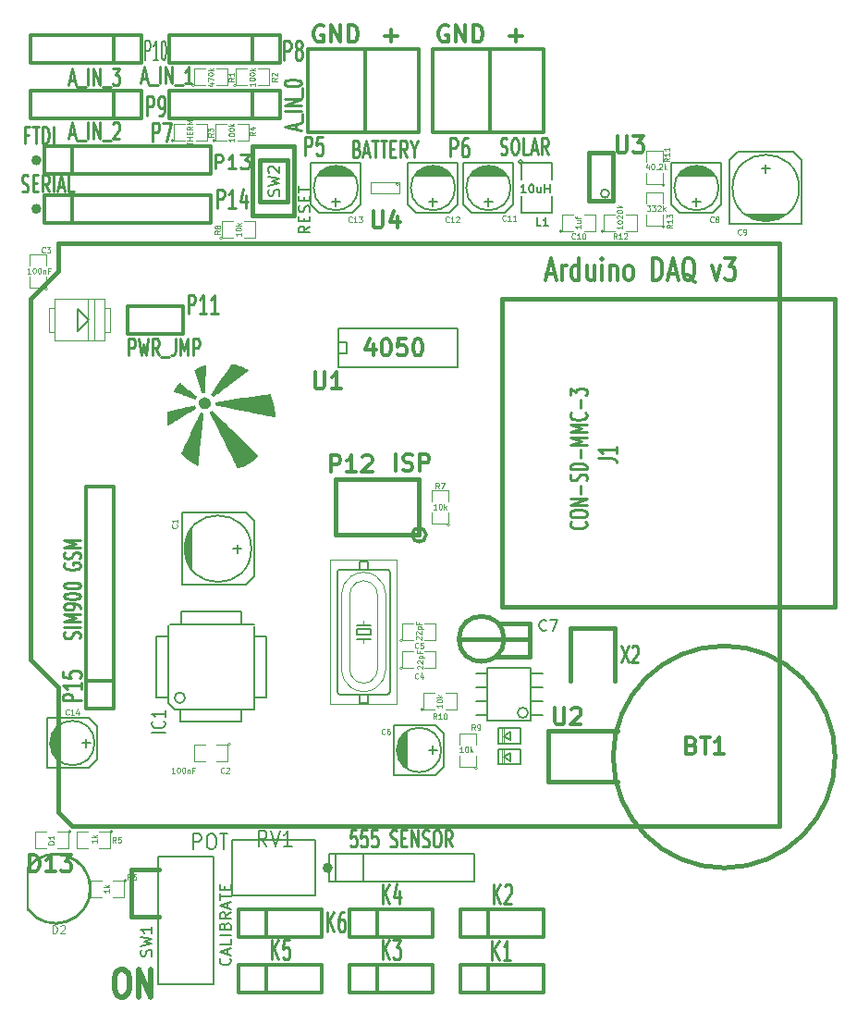
<source format=gto>
G04 (created by PCBNEW (2013-07-07 BZR 4022)-stable) date 29/12/2014 16:26:55*
%MOIN*%
G04 Gerber Fmt 3.4, Leading zero omitted, Abs format*
%FSLAX34Y34*%
G01*
G70*
G90*
G04 APERTURE LIST*
%ADD10C,0.00590551*%
%ADD11C,0.019685*%
%ADD12C,0.012*%
%ADD13C,0.015*%
%ADD14C,0.011811*%
%ADD15C,0.0026*%
%ADD16C,0.004*%
%ADD17C,0.008*%
%ADD18C,0.006*%
%ADD19C,0.0039*%
%ADD20C,0.005*%
%ADD21C,0.002*%
%ADD22C,0.0031*%
%ADD23C,0.01*%
%ADD24C,0.0001*%
%ADD25C,0.0107*%
%ADD26C,0.0043*%
%ADD27C,0.0106*%
%ADD28C,0.0047*%
%ADD29C,0.0075*%
%ADD30C,0.0035*%
G04 APERTURE END LIST*
G54D10*
G54D11*
X43462Y-58164D02*
X43612Y-58164D01*
X43687Y-58211D01*
X43762Y-58304D01*
X43800Y-58492D01*
X43800Y-58820D01*
X43762Y-59007D01*
X43687Y-59101D01*
X43612Y-59148D01*
X43462Y-59148D01*
X43387Y-59101D01*
X43312Y-59007D01*
X43275Y-58820D01*
X43275Y-58492D01*
X43312Y-58304D01*
X43387Y-58211D01*
X43462Y-58164D01*
X44137Y-59148D02*
X44137Y-58164D01*
X44587Y-59148D01*
X44587Y-58164D01*
G54D12*
X58850Y-33095D02*
X59135Y-33095D01*
X58792Y-33323D02*
X58992Y-32523D01*
X59192Y-33323D01*
X59392Y-33323D02*
X59392Y-32790D01*
X59392Y-32942D02*
X59421Y-32866D01*
X59450Y-32828D01*
X59507Y-32790D01*
X59564Y-32790D01*
X60021Y-33323D02*
X60021Y-32523D01*
X60021Y-33285D02*
X59964Y-33323D01*
X59850Y-33323D01*
X59792Y-33285D01*
X59764Y-33247D01*
X59735Y-33171D01*
X59735Y-32942D01*
X59764Y-32866D01*
X59792Y-32828D01*
X59850Y-32790D01*
X59964Y-32790D01*
X60021Y-32828D01*
X60564Y-32790D02*
X60564Y-33323D01*
X60307Y-32790D02*
X60307Y-33209D01*
X60335Y-33285D01*
X60392Y-33323D01*
X60478Y-33323D01*
X60535Y-33285D01*
X60564Y-33247D01*
X60850Y-33323D02*
X60850Y-32790D01*
X60850Y-32523D02*
X60821Y-32561D01*
X60850Y-32600D01*
X60878Y-32561D01*
X60850Y-32523D01*
X60850Y-32600D01*
X61135Y-32790D02*
X61135Y-33323D01*
X61135Y-32866D02*
X61164Y-32828D01*
X61221Y-32790D01*
X61307Y-32790D01*
X61364Y-32828D01*
X61392Y-32904D01*
X61392Y-33323D01*
X61764Y-33323D02*
X61707Y-33285D01*
X61678Y-33247D01*
X61650Y-33171D01*
X61650Y-32942D01*
X61678Y-32866D01*
X61707Y-32828D01*
X61764Y-32790D01*
X61850Y-32790D01*
X61907Y-32828D01*
X61935Y-32866D01*
X61964Y-32942D01*
X61964Y-33171D01*
X61935Y-33247D01*
X61907Y-33285D01*
X61850Y-33323D01*
X61764Y-33323D01*
X62678Y-33323D02*
X62678Y-32523D01*
X62821Y-32523D01*
X62907Y-32561D01*
X62964Y-32638D01*
X62992Y-32714D01*
X63021Y-32866D01*
X63021Y-32980D01*
X62992Y-33133D01*
X62964Y-33209D01*
X62907Y-33285D01*
X62821Y-33323D01*
X62678Y-33323D01*
X63250Y-33095D02*
X63535Y-33095D01*
X63192Y-33323D02*
X63392Y-32523D01*
X63592Y-33323D01*
X64192Y-33400D02*
X64135Y-33361D01*
X64078Y-33285D01*
X63992Y-33171D01*
X63935Y-33133D01*
X63878Y-33133D01*
X63907Y-33323D02*
X63850Y-33285D01*
X63792Y-33209D01*
X63764Y-33057D01*
X63764Y-32790D01*
X63792Y-32638D01*
X63850Y-32561D01*
X63907Y-32523D01*
X64021Y-32523D01*
X64078Y-32561D01*
X64135Y-32638D01*
X64164Y-32790D01*
X64164Y-33057D01*
X64135Y-33209D01*
X64078Y-33285D01*
X64021Y-33323D01*
X63907Y-33323D01*
X64821Y-32790D02*
X64964Y-33323D01*
X65107Y-32790D01*
X65278Y-32523D02*
X65650Y-32523D01*
X65450Y-32828D01*
X65535Y-32828D01*
X65592Y-32866D01*
X65621Y-32904D01*
X65650Y-32980D01*
X65650Y-33171D01*
X65621Y-33247D01*
X65592Y-33285D01*
X65535Y-33323D01*
X65364Y-33323D01*
X65307Y-33285D01*
X65278Y-33247D01*
G54D10*
X44950Y-54100D02*
X46850Y-54100D01*
X46850Y-54100D02*
X46850Y-58700D01*
X46850Y-58700D02*
X44850Y-58700D01*
X44850Y-58700D02*
X44850Y-54100D01*
X44850Y-54100D02*
X45050Y-54100D01*
G54D13*
X44867Y-54567D02*
X43867Y-54567D01*
X43867Y-54567D02*
X43867Y-56267D01*
X43867Y-56267D02*
X44867Y-56267D01*
G54D14*
X54750Y-28000D02*
X58750Y-28000D01*
X54750Y-25000D02*
X58750Y-25000D01*
X58750Y-28000D02*
X58750Y-25000D01*
X56800Y-25000D02*
X56800Y-28000D01*
X54750Y-28000D02*
X54750Y-25000D01*
G54D13*
X59700Y-47750D02*
X59700Y-45850D01*
X59700Y-45850D02*
X61300Y-45850D01*
X61300Y-45850D02*
X61300Y-47750D01*
G54D15*
X43100Y-34321D02*
X42890Y-34321D01*
X42890Y-34321D02*
X42890Y-35179D01*
X43100Y-35179D02*
X42890Y-35179D01*
X43100Y-34321D02*
X43100Y-35179D01*
X41110Y-34321D02*
X40900Y-34321D01*
X40900Y-34321D02*
X40900Y-35179D01*
X41110Y-35179D02*
X40900Y-35179D01*
X41110Y-34321D02*
X41110Y-35179D01*
X42531Y-34002D02*
X42314Y-34002D01*
X42314Y-34002D02*
X42314Y-35498D01*
X42531Y-35498D02*
X42314Y-35498D01*
X42531Y-34002D02*
X42531Y-35498D01*
G54D16*
X42890Y-35500D02*
X41110Y-35500D01*
X42890Y-34000D02*
X41110Y-34000D01*
X42890Y-34000D02*
X42890Y-35500D01*
X41110Y-34000D02*
X41110Y-35500D01*
G54D17*
X41925Y-35143D02*
X42326Y-34750D01*
X42326Y-34750D02*
X41925Y-34357D01*
X41925Y-34357D02*
X41925Y-35143D01*
G54D15*
X57225Y-50025D02*
X57304Y-50025D01*
X57304Y-50025D02*
X57304Y-49475D01*
X57225Y-49475D02*
X57304Y-49475D01*
X57225Y-50025D02*
X57225Y-49475D01*
G54D18*
X57107Y-49475D02*
X57893Y-49475D01*
X57893Y-49475D02*
X57893Y-50025D01*
X57893Y-50025D02*
X57107Y-50025D01*
X57107Y-50025D02*
X57107Y-49475D01*
X57304Y-49750D02*
X57539Y-49593D01*
X57539Y-49593D02*
X57539Y-49907D01*
X57539Y-49907D02*
X57304Y-49750D01*
G54D15*
X57225Y-50775D02*
X57304Y-50775D01*
X57304Y-50775D02*
X57304Y-50225D01*
X57225Y-50225D02*
X57304Y-50225D01*
X57225Y-50775D02*
X57225Y-50225D01*
G54D18*
X57107Y-50225D02*
X57893Y-50225D01*
X57893Y-50225D02*
X57893Y-50775D01*
X57893Y-50775D02*
X57107Y-50775D01*
X57107Y-50775D02*
X57107Y-50225D01*
X57304Y-50500D02*
X57539Y-50343D01*
X57539Y-50343D02*
X57539Y-50657D01*
X57539Y-50657D02*
X57304Y-50500D01*
G54D13*
X57250Y-45100D02*
X69250Y-45100D01*
X69250Y-45000D02*
X69250Y-34000D01*
X57250Y-34100D02*
X57250Y-45100D01*
X57250Y-34000D02*
X69250Y-34000D01*
X61400Y-49550D02*
X59150Y-49550D01*
X59150Y-49550D02*
X58900Y-49550D01*
X58900Y-49550D02*
X58900Y-51400D01*
X58900Y-51400D02*
X61400Y-51400D01*
X69250Y-50500D02*
G75*
G03X69250Y-50500I-4000J0D01*
G74*
G01*
X41250Y-48000D02*
X41250Y-52500D01*
X41250Y-52500D02*
X41750Y-53000D01*
X41750Y-53000D02*
X67250Y-53000D01*
X41250Y-32000D02*
X67250Y-32000D01*
X67250Y-32000D02*
X67250Y-53000D01*
X41250Y-48000D02*
X40250Y-47000D01*
X40250Y-47000D02*
X40250Y-34000D01*
X40250Y-34000D02*
X41250Y-33000D01*
X41250Y-33000D02*
X41250Y-32000D01*
X48500Y-30500D02*
X49500Y-30500D01*
X49500Y-30500D02*
X49500Y-29250D01*
X49500Y-29250D02*
X49500Y-29000D01*
X49500Y-29000D02*
X48500Y-29000D01*
X48500Y-29000D02*
X48500Y-30500D01*
X48250Y-31000D02*
X49750Y-31000D01*
X49750Y-31000D02*
X49750Y-28500D01*
X49750Y-28500D02*
X48250Y-28500D01*
X48250Y-28500D02*
X48250Y-31000D01*
G54D19*
X59400Y-31550D02*
G75*
G03X59400Y-31550I-50J0D01*
G74*
G01*
X59800Y-31550D02*
X59400Y-31550D01*
X59400Y-31550D02*
X59400Y-30950D01*
X59400Y-30950D02*
X59800Y-30950D01*
X60200Y-30950D02*
X60600Y-30950D01*
X60600Y-30950D02*
X60600Y-31550D01*
X60600Y-31550D02*
X60200Y-31550D01*
G54D12*
X42250Y-48750D02*
X42250Y-40750D01*
X42250Y-40750D02*
X43250Y-40750D01*
X43250Y-40750D02*
X43250Y-48750D01*
X43250Y-48750D02*
X42250Y-48750D01*
X43250Y-47750D02*
X42250Y-47750D01*
G54D13*
X40550Y-29000D02*
G75*
G03X40550Y-29000I-100J0D01*
G74*
G01*
G54D12*
X40750Y-29500D02*
X40750Y-28500D01*
X40750Y-28500D02*
X46750Y-28500D01*
X46750Y-28500D02*
X46750Y-29500D01*
X46750Y-29500D02*
X40750Y-29500D01*
X41750Y-29500D02*
X41750Y-28500D01*
G54D13*
X40550Y-30750D02*
G75*
G03X40550Y-30750I-100J0D01*
G74*
G01*
G54D12*
X40750Y-31250D02*
X40750Y-30250D01*
X40750Y-30250D02*
X46750Y-30250D01*
X46750Y-30250D02*
X46750Y-31250D01*
X46750Y-31250D02*
X40750Y-31250D01*
X41750Y-31250D02*
X41750Y-30250D01*
X51750Y-59000D02*
X51750Y-58000D01*
X51750Y-58000D02*
X54750Y-58000D01*
X54750Y-58000D02*
X54750Y-59000D01*
X54750Y-59000D02*
X51750Y-59000D01*
X52750Y-58000D02*
X52750Y-59000D01*
X51750Y-57000D02*
X51750Y-56000D01*
X51750Y-56000D02*
X54750Y-56000D01*
X54750Y-56000D02*
X54750Y-57000D01*
X54750Y-57000D02*
X51750Y-57000D01*
X52750Y-56000D02*
X52750Y-57000D01*
X47750Y-59000D02*
X47750Y-58000D01*
X47750Y-58000D02*
X50750Y-58000D01*
X50750Y-58000D02*
X50750Y-59000D01*
X50750Y-59000D02*
X47750Y-59000D01*
X48750Y-58000D02*
X48750Y-59000D01*
X47750Y-57000D02*
X47750Y-56000D01*
X47750Y-56000D02*
X50750Y-56000D01*
X50750Y-56000D02*
X50750Y-57000D01*
X50750Y-57000D02*
X47750Y-57000D01*
X48750Y-56000D02*
X48750Y-57000D01*
X55750Y-57000D02*
X55750Y-56000D01*
X55750Y-56000D02*
X58750Y-56000D01*
X58750Y-56000D02*
X58750Y-57000D01*
X58750Y-57000D02*
X55750Y-57000D01*
X56750Y-56000D02*
X56750Y-57000D01*
X55750Y-59000D02*
X55750Y-58000D01*
X55750Y-58000D02*
X58750Y-58000D01*
X58750Y-58000D02*
X58750Y-59000D01*
X58750Y-59000D02*
X55750Y-59000D01*
X56750Y-58000D02*
X56750Y-59000D01*
X43750Y-35250D02*
X43750Y-34250D01*
X43750Y-34250D02*
X45750Y-34250D01*
X45750Y-34250D02*
X45750Y-35250D01*
X45750Y-35250D02*
X43750Y-35250D01*
G54D13*
X60375Y-30450D02*
X60375Y-28725D01*
X60375Y-28725D02*
X61150Y-28725D01*
X61150Y-28725D02*
X61225Y-28725D01*
X61225Y-28725D02*
X61225Y-30425D01*
X61225Y-30425D02*
X61225Y-30450D01*
X61225Y-30450D02*
X60375Y-30450D01*
G54D17*
X61100Y-30200D02*
G75*
G03X61100Y-30200I-150J0D01*
G74*
G01*
G54D14*
X54500Y-42500D02*
G75*
G03X54500Y-42500I-250J0D01*
G74*
G01*
G54D13*
X54250Y-42500D02*
X51250Y-42500D01*
X51250Y-42500D02*
X51250Y-40500D01*
X51250Y-40500D02*
X54250Y-40500D01*
X54250Y-40500D02*
X54250Y-42500D01*
G54D20*
X54750Y-30650D02*
X54750Y-30350D01*
X54900Y-30500D02*
X54600Y-30500D01*
X53850Y-30600D02*
X53850Y-29100D01*
X55350Y-30900D02*
X54150Y-30900D01*
X53850Y-30600D02*
X54150Y-30900D01*
X55650Y-30600D02*
X55650Y-29100D01*
X55650Y-30600D02*
X55350Y-30900D01*
X54700Y-29200D02*
X54800Y-29200D01*
X55000Y-29250D02*
X54500Y-29250D01*
X54400Y-29300D02*
X55100Y-29300D01*
X54300Y-29350D02*
X55200Y-29350D01*
X55250Y-29400D02*
X54250Y-29400D01*
X54200Y-29450D02*
X55300Y-29450D01*
X55350Y-29500D02*
X54150Y-29500D01*
X55400Y-29550D02*
X54100Y-29550D01*
X55550Y-30000D02*
G75*
G03X55550Y-30000I-800J0D01*
G74*
G01*
X55650Y-29100D02*
X53850Y-29100D01*
X51250Y-30650D02*
X51250Y-30350D01*
X51400Y-30500D02*
X51100Y-30500D01*
X50350Y-30600D02*
X50350Y-29100D01*
X51850Y-30900D02*
X50650Y-30900D01*
X50350Y-30600D02*
X50650Y-30900D01*
X52150Y-30600D02*
X52150Y-29100D01*
X52150Y-30600D02*
X51850Y-30900D01*
X51200Y-29200D02*
X51300Y-29200D01*
X51500Y-29250D02*
X51000Y-29250D01*
X50900Y-29300D02*
X51600Y-29300D01*
X50800Y-29350D02*
X51700Y-29350D01*
X51750Y-29400D02*
X50750Y-29400D01*
X50700Y-29450D02*
X51800Y-29450D01*
X51850Y-29500D02*
X50650Y-29500D01*
X51900Y-29550D02*
X50600Y-29550D01*
X52050Y-30000D02*
G75*
G03X52050Y-30000I-800J0D01*
G74*
G01*
X52150Y-29100D02*
X50350Y-29100D01*
X56750Y-30650D02*
X56750Y-30350D01*
X56900Y-30500D02*
X56600Y-30500D01*
X55850Y-30600D02*
X55850Y-29100D01*
X57350Y-30900D02*
X56150Y-30900D01*
X55850Y-30600D02*
X56150Y-30900D01*
X57650Y-30600D02*
X57650Y-29100D01*
X57650Y-30600D02*
X57350Y-30900D01*
X56700Y-29200D02*
X56800Y-29200D01*
X57000Y-29250D02*
X56500Y-29250D01*
X56400Y-29300D02*
X57100Y-29300D01*
X56300Y-29350D02*
X57200Y-29350D01*
X57250Y-29400D02*
X56250Y-29400D01*
X56200Y-29450D02*
X57300Y-29450D01*
X57350Y-29500D02*
X56150Y-29500D01*
X57400Y-29550D02*
X56100Y-29550D01*
X57550Y-30000D02*
G75*
G03X57550Y-30000I-800J0D01*
G74*
G01*
X57650Y-29100D02*
X55850Y-29100D01*
X42400Y-50000D02*
X42100Y-50000D01*
X42250Y-49850D02*
X42250Y-50150D01*
X42350Y-50900D02*
X40850Y-50900D01*
X42650Y-49400D02*
X42650Y-50600D01*
X42350Y-50900D02*
X42650Y-50600D01*
X42350Y-49100D02*
X40850Y-49100D01*
X42350Y-49100D02*
X42650Y-49400D01*
X40950Y-50050D02*
X40950Y-49950D01*
X41000Y-49750D02*
X41000Y-50250D01*
X41050Y-50350D02*
X41050Y-49650D01*
X41100Y-50450D02*
X41100Y-49550D01*
X41150Y-49500D02*
X41150Y-50500D01*
X41200Y-50550D02*
X41200Y-49450D01*
X41250Y-49400D02*
X41250Y-50600D01*
X41300Y-49350D02*
X41300Y-50650D01*
X42550Y-50000D02*
G75*
G03X42550Y-50000I-800J0D01*
G74*
G01*
X40850Y-49100D02*
X40850Y-50900D01*
G54D19*
X53650Y-46300D02*
G75*
G03X53650Y-46300I-50J0D01*
G74*
G01*
X54050Y-46300D02*
X53650Y-46300D01*
X53650Y-46300D02*
X53650Y-45700D01*
X53650Y-45700D02*
X54050Y-45700D01*
X54450Y-45700D02*
X54850Y-45700D01*
X54850Y-45700D02*
X54850Y-46300D01*
X54850Y-46300D02*
X54450Y-46300D01*
X41700Y-53200D02*
G75*
G03X41700Y-53200I-50J0D01*
G74*
G01*
X41200Y-53200D02*
X41600Y-53200D01*
X41600Y-53200D02*
X41600Y-53800D01*
X41600Y-53800D02*
X41200Y-53800D01*
X40800Y-53800D02*
X40400Y-53800D01*
X40400Y-53800D02*
X40400Y-53200D01*
X40400Y-53200D02*
X40800Y-53200D01*
G54D20*
X64250Y-30650D02*
X64250Y-30350D01*
X64400Y-30500D02*
X64100Y-30500D01*
X63350Y-30600D02*
X63350Y-29100D01*
X64850Y-30900D02*
X63650Y-30900D01*
X63350Y-30600D02*
X63650Y-30900D01*
X65150Y-30600D02*
X65150Y-29100D01*
X65150Y-30600D02*
X64850Y-30900D01*
X64200Y-29200D02*
X64300Y-29200D01*
X64500Y-29250D02*
X64000Y-29250D01*
X63900Y-29300D02*
X64600Y-29300D01*
X63800Y-29350D02*
X64700Y-29350D01*
X64750Y-29400D02*
X63750Y-29400D01*
X63700Y-29450D02*
X64800Y-29450D01*
X64850Y-29500D02*
X63650Y-29500D01*
X64900Y-29550D02*
X63600Y-29550D01*
X65050Y-30000D02*
G75*
G03X65050Y-30000I-800J0D01*
G74*
G01*
X65150Y-29100D02*
X63350Y-29100D01*
G54D15*
X51050Y-43400D02*
X51050Y-48600D01*
X51050Y-48600D02*
X53450Y-48600D01*
X53450Y-43400D02*
X53450Y-48600D01*
X51050Y-43400D02*
X53450Y-43400D01*
G54D18*
X52700Y-43750D02*
X53100Y-43750D01*
X52700Y-48250D02*
X53100Y-48250D01*
G54D21*
X51750Y-47350D02*
X51750Y-44650D01*
X51450Y-47350D02*
X51450Y-44650D01*
X52750Y-44650D02*
X52750Y-47350D01*
G54D18*
X51300Y-48150D02*
X51300Y-43850D01*
X52100Y-48250D02*
X52100Y-48550D01*
X52400Y-48250D02*
X52400Y-48550D01*
X52100Y-48550D02*
X52400Y-48550D01*
X51800Y-48250D02*
X52700Y-48250D01*
X51400Y-48250D02*
X51800Y-48250D01*
X52100Y-43450D02*
X52400Y-43450D01*
X51800Y-43750D02*
X52100Y-43750D01*
X52100Y-43750D02*
X52400Y-43750D01*
X52400Y-43750D02*
X52700Y-43750D01*
X51400Y-43750D02*
X51800Y-43750D01*
X52100Y-43750D02*
X52100Y-43450D01*
X52400Y-43750D02*
X52400Y-43450D01*
G54D21*
X53050Y-44650D02*
X53050Y-47350D01*
G54D18*
X53200Y-48150D02*
X53200Y-43850D01*
X52500Y-45900D02*
X52000Y-45900D01*
X52000Y-45900D02*
X52000Y-46100D01*
X52000Y-46100D02*
X52500Y-46100D01*
X52500Y-46100D02*
X52500Y-45900D01*
X52500Y-45750D02*
X52250Y-45750D01*
X52250Y-45750D02*
X52000Y-45750D01*
G54D21*
X52250Y-45750D02*
X52250Y-45600D01*
G54D18*
X52500Y-46250D02*
X52250Y-46250D01*
X52250Y-46250D02*
X52000Y-46250D01*
G54D21*
X52250Y-46250D02*
X52250Y-46400D01*
X53050Y-44649D02*
G75*
G03X52699Y-43988I-800J-1D01*
G74*
G01*
X52700Y-48010D02*
G75*
G03X53050Y-47350I-450J660D01*
G74*
G01*
G54D18*
X51300Y-48150D02*
G75*
G03X51400Y-48250I100J0D01*
G74*
G01*
G54D21*
X51750Y-47349D02*
G75*
G03X51799Y-47566I499J0D01*
G74*
G01*
X52700Y-47567D02*
G75*
G03X52750Y-47350I-450J217D01*
G74*
G01*
X51450Y-47351D02*
G75*
G03X51801Y-48011I799J2D01*
G74*
G01*
X51800Y-47569D02*
G75*
G03X52700Y-47566I449J219D01*
G74*
G01*
X51800Y-48011D02*
G75*
G03X52699Y-48011I449J661D01*
G74*
G01*
X51799Y-43989D02*
G75*
G03X51450Y-44650I450J-660D01*
G74*
G01*
X52699Y-44430D02*
G75*
G03X51799Y-44433I-449J-219D01*
G74*
G01*
X51799Y-44432D02*
G75*
G03X51750Y-44650I450J-217D01*
G74*
G01*
X52749Y-44650D02*
G75*
G03X52700Y-44433I-499J0D01*
G74*
G01*
X52699Y-43988D02*
G75*
G03X51800Y-43988I-449J-661D01*
G74*
G01*
G54D18*
X51400Y-43750D02*
G75*
G03X51300Y-43850I0J-100D01*
G74*
G01*
X53100Y-48250D02*
G75*
G03X53200Y-48150I0J100D01*
G74*
G01*
X53200Y-43850D02*
G75*
G03X53100Y-43750I-100J0D01*
G74*
G01*
G54D17*
X51350Y-35050D02*
X55650Y-35050D01*
X55650Y-35050D02*
X55650Y-36450D01*
X55650Y-36450D02*
X51350Y-36450D01*
X51350Y-36450D02*
X51350Y-35050D01*
X51350Y-35550D02*
X51650Y-35550D01*
X51650Y-35550D02*
X51650Y-35950D01*
X51650Y-35950D02*
X51350Y-35950D01*
G54D20*
X56720Y-49200D02*
X58280Y-49200D01*
X58280Y-49200D02*
X58280Y-47300D01*
X58280Y-47300D02*
X56720Y-47300D01*
X56720Y-47300D02*
X56720Y-49200D01*
X56720Y-49000D02*
X56290Y-49000D01*
X56720Y-48500D02*
X56290Y-48500D01*
X56720Y-48000D02*
X56290Y-48000D01*
X56290Y-47500D02*
X56720Y-47500D01*
X58280Y-47500D02*
X58710Y-47500D01*
X58710Y-48000D02*
X58280Y-48000D01*
X58710Y-48500D02*
X58280Y-48500D01*
X58710Y-49000D02*
X58280Y-49000D01*
X58176Y-48910D02*
G75*
G03X58176Y-48910I-186J0D01*
G74*
G01*
G54D19*
X55350Y-42150D02*
G75*
G03X55350Y-42150I-50J0D01*
G74*
G01*
X55300Y-41700D02*
X55300Y-42100D01*
X55300Y-42100D02*
X54700Y-42100D01*
X54700Y-42100D02*
X54700Y-41700D01*
X54700Y-41300D02*
X54700Y-40900D01*
X54700Y-40900D02*
X55300Y-40900D01*
X55300Y-40900D02*
X55300Y-41300D01*
X46900Y-28300D02*
G75*
G03X46900Y-28300I-50J0D01*
G74*
G01*
X47300Y-28300D02*
X46900Y-28300D01*
X46900Y-28300D02*
X46900Y-27700D01*
X46900Y-27700D02*
X47300Y-27700D01*
X47700Y-27700D02*
X48100Y-27700D01*
X48100Y-27700D02*
X48100Y-28300D01*
X48100Y-28300D02*
X47700Y-28300D01*
X45400Y-28300D02*
G75*
G03X45400Y-28300I-50J0D01*
G74*
G01*
X45800Y-28300D02*
X45400Y-28300D01*
X45400Y-28300D02*
X45400Y-27700D01*
X45400Y-27700D02*
X45800Y-27700D01*
X46200Y-27700D02*
X46600Y-27700D01*
X46600Y-27700D02*
X46600Y-28300D01*
X46600Y-28300D02*
X46200Y-28300D01*
X47650Y-26300D02*
G75*
G03X47650Y-26300I-50J0D01*
G74*
G01*
X48050Y-26300D02*
X47650Y-26300D01*
X47650Y-26300D02*
X47650Y-25700D01*
X47650Y-25700D02*
X48050Y-25700D01*
X48450Y-25700D02*
X48850Y-25700D01*
X48850Y-25700D02*
X48850Y-26300D01*
X48850Y-26300D02*
X48450Y-26300D01*
X46150Y-26300D02*
G75*
G03X46150Y-26300I-50J0D01*
G74*
G01*
X46550Y-26300D02*
X46150Y-26300D01*
X46150Y-26300D02*
X46150Y-25700D01*
X46150Y-25700D02*
X46550Y-25700D01*
X46950Y-25700D02*
X47350Y-25700D01*
X47350Y-25700D02*
X47350Y-26300D01*
X47350Y-26300D02*
X46950Y-26300D01*
X63100Y-29900D02*
G75*
G03X63100Y-29900I-50J0D01*
G74*
G01*
X63050Y-29450D02*
X63050Y-29850D01*
X63050Y-29850D02*
X62450Y-29850D01*
X62450Y-29850D02*
X62450Y-29450D01*
X62450Y-29050D02*
X62450Y-28650D01*
X62450Y-28650D02*
X63050Y-28650D01*
X63050Y-28650D02*
X63050Y-29050D01*
X43200Y-53200D02*
G75*
G03X43200Y-53200I-50J0D01*
G74*
G01*
X42700Y-53200D02*
X43100Y-53200D01*
X43100Y-53200D02*
X43100Y-53800D01*
X43100Y-53800D02*
X42700Y-53800D01*
X42300Y-53800D02*
X41900Y-53800D01*
X41900Y-53800D02*
X41900Y-53200D01*
X41900Y-53200D02*
X42300Y-53200D01*
X43700Y-54950D02*
G75*
G03X43700Y-54950I-50J0D01*
G74*
G01*
X43200Y-54950D02*
X43600Y-54950D01*
X43600Y-54950D02*
X43600Y-55550D01*
X43600Y-55550D02*
X43200Y-55550D01*
X42800Y-55550D02*
X42400Y-55550D01*
X42400Y-55550D02*
X42400Y-54950D01*
X42400Y-54950D02*
X42800Y-54950D01*
X47150Y-31800D02*
G75*
G03X47150Y-31800I-50J0D01*
G74*
G01*
X47550Y-31800D02*
X47150Y-31800D01*
X47150Y-31800D02*
X47150Y-31200D01*
X47150Y-31200D02*
X47550Y-31200D01*
X47950Y-31200D02*
X48350Y-31200D01*
X48350Y-31200D02*
X48350Y-31800D01*
X48350Y-31800D02*
X47950Y-31800D01*
X56350Y-50900D02*
G75*
G03X56350Y-50900I-50J0D01*
G74*
G01*
X56300Y-50450D02*
X56300Y-50850D01*
X56300Y-50850D02*
X55700Y-50850D01*
X55700Y-50850D02*
X55700Y-50450D01*
X55700Y-50050D02*
X55700Y-49650D01*
X55700Y-49650D02*
X56300Y-49650D01*
X56300Y-49650D02*
X56300Y-50050D01*
X60900Y-31550D02*
G75*
G03X60900Y-31550I-50J0D01*
G74*
G01*
X61300Y-31550D02*
X60900Y-31550D01*
X60900Y-31550D02*
X60900Y-30950D01*
X60900Y-30950D02*
X61300Y-30950D01*
X61700Y-30950D02*
X62100Y-30950D01*
X62100Y-30950D02*
X62100Y-31550D01*
X62100Y-31550D02*
X61700Y-31550D01*
X63100Y-31400D02*
G75*
G03X63100Y-31400I-50J0D01*
G74*
G01*
X63050Y-30950D02*
X63050Y-31350D01*
X63050Y-31350D02*
X62450Y-31350D01*
X62450Y-31350D02*
X62450Y-30950D01*
X62450Y-30550D02*
X62450Y-30150D01*
X62450Y-30150D02*
X63050Y-30150D01*
X63050Y-30150D02*
X63050Y-30550D01*
X54400Y-48800D02*
G75*
G03X54400Y-48800I-50J0D01*
G74*
G01*
X54800Y-48800D02*
X54400Y-48800D01*
X54400Y-48800D02*
X54400Y-48200D01*
X54400Y-48200D02*
X54800Y-48200D01*
X55200Y-48200D02*
X55600Y-48200D01*
X55600Y-48200D02*
X55600Y-48800D01*
X55600Y-48800D02*
X55200Y-48800D01*
G54D20*
X45850Y-42700D02*
X45850Y-43300D01*
X45900Y-43450D02*
X45900Y-42550D01*
X45950Y-42450D02*
X45950Y-43550D01*
X46000Y-43650D02*
X46000Y-42350D01*
X46050Y-42300D02*
X46050Y-43700D01*
X48200Y-43000D02*
G75*
G03X48200Y-43000I-1200J0D01*
G74*
G01*
X45700Y-41700D02*
X45700Y-44300D01*
X45700Y-44300D02*
X48000Y-44300D01*
X48000Y-44300D02*
X48300Y-44000D01*
X48300Y-44000D02*
X48300Y-42000D01*
X48300Y-42000D02*
X48000Y-41700D01*
X48000Y-41700D02*
X45700Y-41700D01*
X47850Y-43000D02*
X47550Y-43000D01*
X47700Y-42850D02*
X47700Y-43150D01*
G54D19*
X40850Y-33650D02*
G75*
G03X40850Y-33650I-50J0D01*
G74*
G01*
X40800Y-33200D02*
X40800Y-33600D01*
X40800Y-33600D02*
X40200Y-33600D01*
X40200Y-33600D02*
X40200Y-33200D01*
X40200Y-32800D02*
X40200Y-32400D01*
X40200Y-32400D02*
X40800Y-32400D01*
X40800Y-32400D02*
X40800Y-32800D01*
G54D13*
X57000Y-46900D02*
X58250Y-46900D01*
X57100Y-45700D02*
X58250Y-45700D01*
X58250Y-45700D02*
X58250Y-46750D01*
X58250Y-46750D02*
X58250Y-46850D01*
X57313Y-46250D02*
G75*
G03X57313Y-46250I-813J0D01*
G74*
G01*
X55750Y-46250D02*
X58150Y-46250D01*
G54D20*
X54900Y-50250D02*
X54600Y-50250D01*
X54750Y-50100D02*
X54750Y-50400D01*
X54850Y-51150D02*
X53350Y-51150D01*
X55150Y-49650D02*
X55150Y-50850D01*
X54850Y-51150D02*
X55150Y-50850D01*
X54850Y-49350D02*
X53350Y-49350D01*
X54850Y-49350D02*
X55150Y-49650D01*
X53450Y-50300D02*
X53450Y-50200D01*
X53500Y-50000D02*
X53500Y-50500D01*
X53550Y-50600D02*
X53550Y-49900D01*
X53600Y-50700D02*
X53600Y-49800D01*
X53650Y-49750D02*
X53650Y-50750D01*
X53700Y-50800D02*
X53700Y-49700D01*
X53750Y-49650D02*
X53750Y-50850D01*
X53800Y-49600D02*
X53800Y-50900D01*
X55050Y-50250D02*
G75*
G03X55050Y-50250I-800J0D01*
G74*
G01*
X53350Y-49350D02*
X53350Y-51150D01*
G54D19*
X47450Y-50050D02*
G75*
G03X47450Y-50050I-50J0D01*
G74*
G01*
X46950Y-50050D02*
X47350Y-50050D01*
X47350Y-50050D02*
X47350Y-50650D01*
X47350Y-50650D02*
X46950Y-50650D01*
X46550Y-50650D02*
X46150Y-50650D01*
X46150Y-50650D02*
X46150Y-50050D01*
X46150Y-50050D02*
X46550Y-50050D01*
G54D20*
X66450Y-31150D02*
X67050Y-31150D01*
X67200Y-31100D02*
X66300Y-31100D01*
X66200Y-31050D02*
X67300Y-31050D01*
X67400Y-31000D02*
X66100Y-31000D01*
X66050Y-30950D02*
X67450Y-30950D01*
X67950Y-30000D02*
G75*
G03X67950Y-30000I-1200J0D01*
G74*
G01*
X65450Y-31300D02*
X68050Y-31300D01*
X68050Y-31300D02*
X68050Y-29000D01*
X68050Y-29000D02*
X67750Y-28700D01*
X67750Y-28700D02*
X65750Y-28700D01*
X65750Y-28700D02*
X65450Y-29000D01*
X65450Y-29000D02*
X65450Y-31300D01*
X66750Y-29150D02*
X66750Y-29450D01*
X66600Y-29300D02*
X66900Y-29300D01*
G54D19*
X53650Y-47300D02*
G75*
G03X53650Y-47300I-50J0D01*
G74*
G01*
X54050Y-47300D02*
X53650Y-47300D01*
X53650Y-47300D02*
X53650Y-46700D01*
X53650Y-46700D02*
X54050Y-46700D01*
X54450Y-46700D02*
X54850Y-46700D01*
X54850Y-46700D02*
X54850Y-47300D01*
X54850Y-47300D02*
X54450Y-47300D01*
G54D18*
X47840Y-45270D02*
X47840Y-45720D01*
X45660Y-45270D02*
X45660Y-45710D01*
X47840Y-45270D02*
X45660Y-45270D01*
X48310Y-46150D02*
X48740Y-46150D01*
X48320Y-48360D02*
X48740Y-48360D01*
X48740Y-48370D02*
X48750Y-46150D01*
X44770Y-48350D02*
X44760Y-46180D01*
X45460Y-48780D02*
X48290Y-48780D01*
X44770Y-46170D02*
X45180Y-46170D01*
X45220Y-48530D02*
X45220Y-45750D01*
X48300Y-45730D02*
X45260Y-45730D01*
X48300Y-48780D02*
X48300Y-45780D01*
X45630Y-49230D02*
X47850Y-49230D01*
X47850Y-49230D02*
X47850Y-48780D01*
X45450Y-48776D02*
X45220Y-48546D01*
X45630Y-49228D02*
X45630Y-48776D01*
X45220Y-48350D02*
X44768Y-48350D01*
X45812Y-48368D02*
G75*
G03X45812Y-48368I-188J0D01*
G74*
G01*
G54D22*
X53525Y-29862D02*
G75*
G03X53525Y-29862I-62J0D01*
G74*
G01*
X52500Y-30200D02*
X52500Y-29800D01*
X53525Y-30200D02*
X53525Y-29800D01*
X52500Y-29800D02*
X53525Y-29800D01*
X53525Y-30200D02*
X52500Y-30200D01*
G54D12*
X44250Y-27500D02*
X44250Y-27500D01*
X44250Y-26500D02*
X44250Y-27500D01*
X44250Y-27500D02*
X44250Y-27500D01*
X44250Y-27500D02*
X40250Y-27500D01*
X40250Y-27500D02*
X40250Y-26500D01*
X40250Y-26500D02*
X44250Y-26500D01*
X43250Y-26500D02*
X43250Y-27500D01*
X44250Y-25500D02*
X44250Y-25500D01*
X44250Y-24500D02*
X44250Y-25500D01*
X44250Y-25500D02*
X44250Y-25500D01*
X44250Y-25500D02*
X40250Y-25500D01*
X40250Y-25500D02*
X40250Y-24500D01*
X40250Y-24500D02*
X44250Y-24500D01*
X43250Y-24500D02*
X43250Y-25500D01*
X49250Y-25500D02*
X49250Y-25500D01*
X49250Y-24500D02*
X49250Y-25500D01*
X49250Y-25500D02*
X49250Y-25500D01*
X49250Y-25500D02*
X45250Y-25500D01*
X45250Y-25500D02*
X45250Y-24500D01*
X45250Y-24500D02*
X49250Y-24500D01*
X48250Y-24500D02*
X48250Y-25500D01*
X49250Y-27500D02*
X49250Y-27500D01*
X49250Y-26500D02*
X49250Y-27500D01*
X49250Y-27500D02*
X49250Y-27500D01*
X49250Y-27500D02*
X45250Y-27500D01*
X45250Y-27500D02*
X45250Y-26500D01*
X45250Y-26500D02*
X49250Y-26500D01*
X48250Y-26500D02*
X48250Y-27500D01*
G54D20*
X57970Y-29050D02*
G75*
G03X57970Y-29050I-70J0D01*
G74*
G01*
X59050Y-29700D02*
X59050Y-29100D01*
X59050Y-29100D02*
X57950Y-29100D01*
X57950Y-29100D02*
X57950Y-29700D01*
X57950Y-30300D02*
X57950Y-30900D01*
X57950Y-30900D02*
X59050Y-30900D01*
X59050Y-30900D02*
X59050Y-30300D01*
G54D14*
X50250Y-28000D02*
X54250Y-28000D01*
X50250Y-25000D02*
X54250Y-25000D01*
X54250Y-28000D02*
X54250Y-25000D01*
X52300Y-25000D02*
X52300Y-28000D01*
X50250Y-28000D02*
X50250Y-25000D01*
G54D10*
X51250Y-54000D02*
X51000Y-54000D01*
X51000Y-54000D02*
X51000Y-55000D01*
X51000Y-55000D02*
X51250Y-55000D01*
X52250Y-55000D02*
X52250Y-54000D01*
X52250Y-54000D02*
X51250Y-54000D01*
X51250Y-54000D02*
X56250Y-54000D01*
X56250Y-54000D02*
X56250Y-55000D01*
X51250Y-54000D02*
X51250Y-55000D01*
X51250Y-55000D02*
X56250Y-55000D01*
G54D13*
X51050Y-54500D02*
G75*
G03X51050Y-54500I-100J0D01*
G74*
G01*
G54D17*
X40130Y-54500D02*
X40130Y-56000D01*
G54D23*
X40150Y-56000D02*
G75*
G03X40150Y-54499I999J750D01*
G74*
G01*
G54D10*
X50500Y-55500D02*
X47500Y-55500D01*
X47500Y-55500D02*
X47500Y-53500D01*
X47500Y-53500D02*
X50500Y-53500D01*
X50500Y-53500D02*
X50500Y-55500D01*
G54D24*
G36*
X48482Y-39648D02*
X48456Y-39673D01*
X48384Y-39736D01*
X48306Y-39798D01*
X48223Y-39857D01*
X48136Y-39913D01*
X48048Y-39965D01*
X47959Y-40011D01*
X47870Y-40051D01*
X47852Y-40059D01*
X47834Y-40066D01*
X47814Y-40074D01*
X47792Y-40082D01*
X47770Y-40090D01*
X47750Y-40098D01*
X47732Y-40104D01*
X47719Y-40108D01*
X47711Y-40110D01*
X47710Y-40110D01*
X47708Y-40107D01*
X47703Y-40096D01*
X47694Y-40080D01*
X47683Y-40057D01*
X47668Y-40028D01*
X47650Y-39993D01*
X47630Y-39953D01*
X47607Y-39908D01*
X47582Y-39859D01*
X47555Y-39804D01*
X47525Y-39746D01*
X47494Y-39683D01*
X47460Y-39617D01*
X47426Y-39547D01*
X47389Y-39474D01*
X47351Y-39398D01*
X47312Y-39320D01*
X47271Y-39239D01*
X47230Y-39157D01*
X47200Y-39098D01*
X47158Y-39014D01*
X47117Y-38931D01*
X47077Y-38851D01*
X47039Y-38774D01*
X47001Y-38699D01*
X46965Y-38627D01*
X46931Y-38558D01*
X46899Y-38493D01*
X46868Y-38431D01*
X46840Y-38374D01*
X46813Y-38321D01*
X46789Y-38272D01*
X46768Y-38229D01*
X46749Y-38190D01*
X46733Y-38157D01*
X46719Y-38130D01*
X46709Y-38109D01*
X46702Y-38094D01*
X46698Y-38086D01*
X46697Y-38084D01*
X46705Y-38080D01*
X46717Y-38073D01*
X46731Y-38063D01*
X46746Y-38052D01*
X46759Y-38041D01*
X46769Y-38033D01*
X46789Y-38015D01*
X46846Y-38069D01*
X46854Y-38077D01*
X46867Y-38089D01*
X46885Y-38107D01*
X46908Y-38129D01*
X46936Y-38156D01*
X46969Y-38187D01*
X47005Y-38222D01*
X47045Y-38261D01*
X47089Y-38304D01*
X47137Y-38350D01*
X47187Y-38398D01*
X47241Y-38450D01*
X47297Y-38504D01*
X47356Y-38561D01*
X47417Y-38619D01*
X47479Y-38680D01*
X47544Y-38742D01*
X47610Y-38805D01*
X47676Y-38870D01*
X47693Y-38886D01*
X48482Y-39648D01*
X48482Y-39648D01*
X48482Y-39648D01*
G37*
G36*
X46486Y-38120D02*
X46484Y-38134D01*
X46483Y-38139D01*
X46482Y-38151D01*
X46480Y-38171D01*
X46477Y-38198D01*
X46474Y-38231D01*
X46470Y-38270D01*
X46465Y-38315D01*
X46459Y-38365D01*
X46454Y-38420D01*
X46447Y-38480D01*
X46441Y-38544D01*
X46433Y-38613D01*
X46426Y-38684D01*
X46418Y-38760D01*
X46410Y-38838D01*
X46401Y-38918D01*
X46393Y-39001D01*
X46386Y-39067D01*
X46375Y-39169D01*
X46365Y-39263D01*
X46356Y-39351D01*
X46348Y-39431D01*
X46340Y-39504D01*
X46333Y-39571D01*
X46326Y-39632D01*
X46320Y-39688D01*
X46315Y-39737D01*
X46311Y-39782D01*
X46306Y-39822D01*
X46303Y-39856D01*
X46299Y-39887D01*
X46296Y-39914D01*
X46294Y-39936D01*
X46292Y-39955D01*
X46290Y-39972D01*
X46288Y-39985D01*
X46287Y-39995D01*
X46286Y-40003D01*
X46285Y-40009D01*
X46285Y-40014D01*
X46284Y-40017D01*
X46284Y-40019D01*
X46283Y-40019D01*
X46283Y-40020D01*
X46282Y-40020D01*
X46282Y-40020D01*
X46278Y-40018D01*
X46268Y-40013D01*
X46254Y-40006D01*
X46236Y-39997D01*
X46224Y-39991D01*
X46115Y-39929D01*
X46011Y-39862D01*
X45913Y-39790D01*
X45820Y-39713D01*
X45734Y-39631D01*
X45723Y-39621D01*
X45707Y-39604D01*
X45693Y-39589D01*
X45682Y-39576D01*
X45674Y-39568D01*
X45671Y-39564D01*
X45671Y-39563D01*
X45673Y-39560D01*
X45678Y-39549D01*
X45686Y-39532D01*
X45697Y-39509D01*
X45710Y-39480D01*
X45726Y-39446D01*
X45745Y-39406D01*
X45766Y-39362D01*
X45789Y-39313D01*
X45814Y-39260D01*
X45841Y-39204D01*
X45869Y-39144D01*
X45899Y-39080D01*
X45930Y-39014D01*
X45963Y-38946D01*
X45996Y-38876D01*
X46020Y-38826D01*
X46054Y-38755D01*
X46087Y-38685D01*
X46119Y-38617D01*
X46150Y-38552D01*
X46179Y-38490D01*
X46207Y-38431D01*
X46234Y-38375D01*
X46258Y-38324D01*
X46281Y-38277D01*
X46301Y-38234D01*
X46319Y-38196D01*
X46334Y-38163D01*
X46347Y-38136D01*
X46357Y-38115D01*
X46364Y-38100D01*
X46368Y-38091D01*
X46369Y-38089D01*
X46373Y-38089D01*
X46382Y-38092D01*
X46394Y-38096D01*
X46410Y-38102D01*
X46429Y-38107D01*
X46449Y-38112D01*
X46452Y-38113D01*
X46486Y-38120D01*
X46486Y-38120D01*
X46486Y-38120D01*
G37*
G36*
X46212Y-37943D02*
X46212Y-37945D01*
X46208Y-37947D01*
X46199Y-37954D01*
X46183Y-37963D01*
X46162Y-37976D01*
X46136Y-37992D01*
X46106Y-38011D01*
X46071Y-38032D01*
X46034Y-38056D01*
X45992Y-38081D01*
X45949Y-38108D01*
X45903Y-38136D01*
X45855Y-38166D01*
X45806Y-38196D01*
X45756Y-38227D01*
X45705Y-38259D01*
X45654Y-38290D01*
X45604Y-38321D01*
X45555Y-38351D01*
X45507Y-38381D01*
X45461Y-38409D01*
X45417Y-38436D01*
X45376Y-38462D01*
X45337Y-38485D01*
X45303Y-38507D01*
X45272Y-38526D01*
X45246Y-38542D01*
X45224Y-38555D01*
X45208Y-38565D01*
X45198Y-38571D01*
X45194Y-38573D01*
X45192Y-38571D01*
X45190Y-38562D01*
X45188Y-38549D01*
X45187Y-38548D01*
X45178Y-38475D01*
X45171Y-38399D01*
X45168Y-38318D01*
X45167Y-38270D01*
X45168Y-38244D01*
X45168Y-38216D01*
X45169Y-38187D01*
X45170Y-38158D01*
X45171Y-38132D01*
X45172Y-38107D01*
X45174Y-38087D01*
X45175Y-38071D01*
X45176Y-38062D01*
X45177Y-38060D01*
X45181Y-38059D01*
X45192Y-38056D01*
X45210Y-38052D01*
X45234Y-38046D01*
X45263Y-38040D01*
X45297Y-38032D01*
X45335Y-38023D01*
X45377Y-38013D01*
X45422Y-38003D01*
X45470Y-37992D01*
X45521Y-37980D01*
X45572Y-37969D01*
X45625Y-37957D01*
X45678Y-37945D01*
X45731Y-37932D01*
X45784Y-37921D01*
X45835Y-37909D01*
X45884Y-37898D01*
X45931Y-37887D01*
X45976Y-37877D01*
X46016Y-37868D01*
X46053Y-37860D01*
X46085Y-37852D01*
X46112Y-37846D01*
X46134Y-37842D01*
X46149Y-37838D01*
X46158Y-37836D01*
X46158Y-37836D01*
X46165Y-37835D01*
X46170Y-37837D01*
X46173Y-37843D01*
X46177Y-37855D01*
X46181Y-37868D01*
X46188Y-37886D01*
X46196Y-37904D01*
X46199Y-37909D01*
X46206Y-37924D01*
X46210Y-37936D01*
X46212Y-37943D01*
X46212Y-37943D01*
X46212Y-37943D01*
G37*
G36*
X49069Y-38221D02*
X49069Y-38241D01*
X49068Y-38254D01*
X49067Y-38262D01*
X49066Y-38266D01*
X49063Y-38267D01*
X49062Y-38267D01*
X49058Y-38266D01*
X49046Y-38264D01*
X49027Y-38260D01*
X49001Y-38255D01*
X48969Y-38249D01*
X48931Y-38241D01*
X48887Y-38232D01*
X48837Y-38222D01*
X48782Y-38211D01*
X48722Y-38199D01*
X48658Y-38186D01*
X48589Y-38173D01*
X48517Y-38158D01*
X48441Y-38143D01*
X48361Y-38127D01*
X48279Y-38110D01*
X48193Y-38093D01*
X48105Y-38075D01*
X48016Y-38057D01*
X47986Y-38051D01*
X47896Y-38033D01*
X47807Y-38015D01*
X47721Y-37997D01*
X47637Y-37981D01*
X47556Y-37964D01*
X47479Y-37949D01*
X47405Y-37934D01*
X47335Y-37919D01*
X47268Y-37906D01*
X47207Y-37894D01*
X47150Y-37882D01*
X47098Y-37872D01*
X47052Y-37862D01*
X47011Y-37854D01*
X46977Y-37847D01*
X46948Y-37842D01*
X46927Y-37837D01*
X46912Y-37834D01*
X46905Y-37833D01*
X46904Y-37833D01*
X46896Y-37831D01*
X46893Y-37827D01*
X46893Y-37820D01*
X46894Y-37814D01*
X46895Y-37803D01*
X46896Y-37787D01*
X46896Y-37767D01*
X46896Y-37754D01*
X46896Y-37710D01*
X47883Y-37571D01*
X47970Y-37559D01*
X48056Y-37547D01*
X48139Y-37535D01*
X48219Y-37524D01*
X48296Y-37513D01*
X48370Y-37503D01*
X48441Y-37493D01*
X48507Y-37483D01*
X48569Y-37475D01*
X48627Y-37466D01*
X48679Y-37459D01*
X48726Y-37452D01*
X48768Y-37446D01*
X48803Y-37441D01*
X48832Y-37437D01*
X48855Y-37434D01*
X48870Y-37432D01*
X48879Y-37431D01*
X48880Y-37430D01*
X48885Y-37430D01*
X48888Y-37432D01*
X48892Y-37437D01*
X48897Y-37446D01*
X48904Y-37461D01*
X48907Y-37469D01*
X48945Y-37568D01*
X48979Y-37672D01*
X49009Y-37779D01*
X49032Y-37888D01*
X49049Y-37987D01*
X49054Y-38027D01*
X49059Y-38069D01*
X49063Y-38111D01*
X49066Y-38152D01*
X49068Y-38189D01*
X49069Y-38220D01*
X49069Y-38221D01*
X49069Y-38221D01*
X49069Y-38221D01*
G37*
G36*
X46737Y-37753D02*
X46733Y-37790D01*
X46723Y-37826D01*
X46707Y-37860D01*
X46685Y-37891D01*
X46658Y-37917D01*
X46627Y-37939D01*
X46592Y-37955D01*
X46581Y-37958D01*
X46557Y-37963D01*
X46532Y-37966D01*
X46511Y-37966D01*
X46508Y-37966D01*
X46466Y-37958D01*
X46428Y-37943D01*
X46394Y-37922D01*
X46365Y-37896D01*
X46341Y-37864D01*
X46323Y-37827D01*
X46320Y-37820D01*
X46316Y-37805D01*
X46313Y-37791D01*
X46312Y-37775D01*
X46311Y-37754D01*
X46311Y-37750D01*
X46312Y-37729D01*
X46313Y-37713D01*
X46315Y-37701D01*
X46319Y-37688D01*
X46322Y-37680D01*
X46341Y-37642D01*
X46365Y-37609D01*
X46394Y-37583D01*
X46427Y-37562D01*
X46464Y-37548D01*
X46503Y-37541D01*
X46539Y-37540D01*
X46578Y-37547D01*
X46615Y-37560D01*
X46648Y-37580D01*
X46677Y-37605D01*
X46701Y-37636D01*
X46720Y-37671D01*
X46732Y-37711D01*
X46733Y-37715D01*
X46737Y-37753D01*
X46737Y-37753D01*
X46737Y-37753D01*
G37*
G36*
X46245Y-37518D02*
X46244Y-37521D01*
X46239Y-37530D01*
X46231Y-37542D01*
X46227Y-37549D01*
X46217Y-37565D01*
X46207Y-37583D01*
X46200Y-37597D01*
X46199Y-37600D01*
X46193Y-37612D01*
X46188Y-37619D01*
X46185Y-37622D01*
X46181Y-37620D01*
X46170Y-37616D01*
X46153Y-37610D01*
X46129Y-37602D01*
X46100Y-37591D01*
X46066Y-37579D01*
X46028Y-37565D01*
X45986Y-37550D01*
X45940Y-37533D01*
X45891Y-37515D01*
X45840Y-37496D01*
X45789Y-37478D01*
X45736Y-37459D01*
X45685Y-37440D01*
X45637Y-37422D01*
X45591Y-37406D01*
X45549Y-37390D01*
X45512Y-37377D01*
X45478Y-37364D01*
X45450Y-37354D01*
X45427Y-37346D01*
X45410Y-37340D01*
X45400Y-37336D01*
X45397Y-37335D01*
X45397Y-37331D01*
X45401Y-37323D01*
X45408Y-37310D01*
X45417Y-37294D01*
X45426Y-37276D01*
X45436Y-37258D01*
X45446Y-37241D01*
X45454Y-37229D01*
X45466Y-37210D01*
X45480Y-37188D01*
X45496Y-37164D01*
X45513Y-37139D01*
X45531Y-37114D01*
X45548Y-37090D01*
X45565Y-37067D01*
X45580Y-37046D01*
X45594Y-37029D01*
X45604Y-37015D01*
X45612Y-37007D01*
X45615Y-37004D01*
X45619Y-37006D01*
X45628Y-37013D01*
X45641Y-37025D01*
X45660Y-37040D01*
X45683Y-37058D01*
X45709Y-37079D01*
X45739Y-37103D01*
X45771Y-37129D01*
X45805Y-37157D01*
X45841Y-37186D01*
X45878Y-37217D01*
X45916Y-37247D01*
X45954Y-37279D01*
X45991Y-37309D01*
X46028Y-37339D01*
X46064Y-37369D01*
X46098Y-37396D01*
X46129Y-37422D01*
X46158Y-37446D01*
X46184Y-37467D01*
X46205Y-37484D01*
X46223Y-37499D01*
X46236Y-37510D01*
X46243Y-37516D01*
X46245Y-37518D01*
X46245Y-37518D01*
X46245Y-37518D01*
G37*
G36*
X48124Y-36573D02*
X47478Y-37053D01*
X47415Y-37100D01*
X47353Y-37146D01*
X47293Y-37191D01*
X47236Y-37233D01*
X47181Y-37274D01*
X47129Y-37313D01*
X47080Y-37349D01*
X47034Y-37383D01*
X46993Y-37414D01*
X46955Y-37442D01*
X46922Y-37466D01*
X46893Y-37488D01*
X46870Y-37505D01*
X46851Y-37519D01*
X46838Y-37528D01*
X46831Y-37533D01*
X46830Y-37534D01*
X46826Y-37532D01*
X46818Y-37525D01*
X46807Y-37514D01*
X46797Y-37504D01*
X46784Y-37491D01*
X46770Y-37478D01*
X46760Y-37468D01*
X46755Y-37464D01*
X46742Y-37455D01*
X47114Y-36902D01*
X47154Y-36842D01*
X47193Y-36784D01*
X47231Y-36728D01*
X47267Y-36675D01*
X47301Y-36624D01*
X47333Y-36576D01*
X47363Y-36532D01*
X47390Y-36492D01*
X47415Y-36455D01*
X47436Y-36423D01*
X47454Y-36396D01*
X47469Y-36374D01*
X47480Y-36358D01*
X47487Y-36347D01*
X47490Y-36343D01*
X47490Y-36342D01*
X47492Y-36340D01*
X47497Y-36339D01*
X47505Y-36340D01*
X47517Y-36342D01*
X47536Y-36345D01*
X47540Y-36346D01*
X47595Y-36358D01*
X47654Y-36374D01*
X47717Y-36394D01*
X47781Y-36415D01*
X47846Y-36440D01*
X47890Y-36457D01*
X47908Y-36465D01*
X47931Y-36475D01*
X47957Y-36487D01*
X47984Y-36500D01*
X48012Y-36514D01*
X48039Y-36527D01*
X48064Y-36539D01*
X48085Y-36550D01*
X48101Y-36559D01*
X48109Y-36564D01*
X48124Y-36573D01*
X48124Y-36573D01*
X48124Y-36573D01*
G37*
G36*
X46565Y-36409D02*
X46565Y-36419D01*
X46565Y-36436D01*
X46564Y-36460D01*
X46564Y-36490D01*
X46563Y-36525D01*
X46562Y-36565D01*
X46561Y-36609D01*
X46560Y-36656D01*
X46559Y-36706D01*
X46558Y-36757D01*
X46556Y-36810D01*
X46555Y-36864D01*
X46554Y-36918D01*
X46553Y-36972D01*
X46551Y-37024D01*
X46550Y-37074D01*
X46549Y-37122D01*
X46548Y-37167D01*
X46547Y-37208D01*
X46546Y-37244D01*
X46545Y-37275D01*
X46544Y-37301D01*
X46543Y-37320D01*
X46543Y-37332D01*
X46543Y-37333D01*
X46541Y-37385D01*
X46511Y-37388D01*
X46491Y-37390D01*
X46469Y-37394D01*
X46453Y-37397D01*
X46439Y-37401D01*
X46428Y-37403D01*
X46423Y-37403D01*
X46423Y-37403D01*
X46422Y-37399D01*
X46419Y-37388D01*
X46413Y-37371D01*
X46406Y-37347D01*
X46396Y-37318D01*
X46385Y-37284D01*
X46373Y-37246D01*
X46359Y-37203D01*
X46344Y-37156D01*
X46328Y-37106D01*
X46311Y-37054D01*
X46293Y-36999D01*
X46287Y-36982D01*
X46269Y-36927D01*
X46252Y-36873D01*
X46236Y-36822D01*
X46220Y-36775D01*
X46206Y-36730D01*
X46193Y-36690D01*
X46182Y-36654D01*
X46172Y-36624D01*
X46164Y-36598D01*
X46158Y-36579D01*
X46154Y-36566D01*
X46152Y-36559D01*
X46152Y-36559D01*
X46155Y-36556D01*
X46165Y-36551D01*
X46180Y-36543D01*
X46199Y-36533D01*
X46222Y-36520D01*
X46249Y-36507D01*
X46265Y-36499D01*
X46329Y-36468D01*
X46388Y-36441D01*
X46442Y-36418D01*
X46490Y-36399D01*
X46532Y-36385D01*
X46532Y-36385D01*
X46565Y-36375D01*
X46565Y-36409D01*
X46565Y-36409D01*
X46565Y-36409D01*
G37*
G54D17*
X44592Y-57683D02*
X44611Y-57626D01*
X44611Y-57530D01*
X44592Y-57492D01*
X44573Y-57473D01*
X44535Y-57454D01*
X44497Y-57454D01*
X44459Y-57473D01*
X44440Y-57492D01*
X44421Y-57530D01*
X44402Y-57607D01*
X44383Y-57645D01*
X44364Y-57664D01*
X44326Y-57683D01*
X44288Y-57683D01*
X44250Y-57664D01*
X44230Y-57645D01*
X44211Y-57607D01*
X44211Y-57511D01*
X44230Y-57454D01*
X44211Y-57321D02*
X44611Y-57226D01*
X44326Y-57150D01*
X44611Y-57073D01*
X44211Y-56978D01*
X44611Y-56616D02*
X44611Y-56845D01*
X44611Y-56730D02*
X44211Y-56730D01*
X44269Y-56769D01*
X44307Y-56807D01*
X44326Y-56845D01*
X47423Y-57759D02*
X47442Y-57778D01*
X47461Y-57835D01*
X47461Y-57873D01*
X47442Y-57930D01*
X47404Y-57969D01*
X47366Y-57988D01*
X47290Y-58007D01*
X47233Y-58007D01*
X47157Y-57988D01*
X47119Y-57969D01*
X47080Y-57930D01*
X47061Y-57873D01*
X47061Y-57835D01*
X47080Y-57778D01*
X47100Y-57759D01*
X47347Y-57607D02*
X47347Y-57416D01*
X47461Y-57645D02*
X47061Y-57511D01*
X47461Y-57378D01*
X47461Y-57054D02*
X47461Y-57245D01*
X47061Y-57245D01*
X47461Y-56921D02*
X47061Y-56921D01*
X47252Y-56597D02*
X47271Y-56540D01*
X47290Y-56521D01*
X47328Y-56502D01*
X47385Y-56502D01*
X47423Y-56521D01*
X47442Y-56540D01*
X47461Y-56578D01*
X47461Y-56730D01*
X47061Y-56730D01*
X47061Y-56597D01*
X47080Y-56559D01*
X47100Y-56540D01*
X47138Y-56521D01*
X47176Y-56521D01*
X47214Y-56540D01*
X47233Y-56559D01*
X47252Y-56597D01*
X47252Y-56730D01*
X47461Y-56102D02*
X47271Y-56235D01*
X47461Y-56330D02*
X47061Y-56330D01*
X47061Y-56178D01*
X47080Y-56140D01*
X47100Y-56121D01*
X47138Y-56102D01*
X47195Y-56102D01*
X47233Y-56121D01*
X47252Y-56140D01*
X47271Y-56178D01*
X47271Y-56330D01*
X47347Y-55949D02*
X47347Y-55759D01*
X47461Y-55988D02*
X47061Y-55854D01*
X47461Y-55721D01*
X47061Y-55645D02*
X47061Y-55416D01*
X47461Y-55530D02*
X47061Y-55530D01*
X47252Y-55283D02*
X47252Y-55150D01*
X47461Y-55092D02*
X47461Y-55283D01*
X47061Y-55283D01*
X47061Y-55092D01*
G54D25*
X55384Y-28875D02*
X55384Y-28194D01*
X55547Y-28194D01*
X55587Y-28227D01*
X55608Y-28259D01*
X55628Y-28324D01*
X55628Y-28421D01*
X55608Y-28486D01*
X55587Y-28518D01*
X55547Y-28551D01*
X55384Y-28551D01*
X55995Y-28194D02*
X55914Y-28194D01*
X55873Y-28227D01*
X55852Y-28259D01*
X55812Y-28356D01*
X55791Y-28486D01*
X55791Y-28745D01*
X55812Y-28810D01*
X55832Y-28843D01*
X55873Y-28875D01*
X55954Y-28875D01*
X55995Y-28843D01*
X56015Y-28810D01*
X56036Y-28745D01*
X56036Y-28583D01*
X56015Y-28518D01*
X55995Y-28486D01*
X55954Y-28454D01*
X55873Y-28454D01*
X55832Y-28486D01*
X55812Y-28518D01*
X55791Y-28583D01*
G54D23*
X57192Y-28764D02*
X57250Y-28792D01*
X57345Y-28792D01*
X57383Y-28764D01*
X57402Y-28735D01*
X57421Y-28678D01*
X57421Y-28621D01*
X57402Y-28564D01*
X57383Y-28535D01*
X57345Y-28507D01*
X57269Y-28478D01*
X57230Y-28450D01*
X57211Y-28421D01*
X57192Y-28364D01*
X57192Y-28307D01*
X57211Y-28250D01*
X57230Y-28221D01*
X57269Y-28192D01*
X57364Y-28192D01*
X57421Y-28221D01*
X57669Y-28192D02*
X57745Y-28192D01*
X57783Y-28221D01*
X57821Y-28278D01*
X57840Y-28392D01*
X57840Y-28592D01*
X57821Y-28707D01*
X57783Y-28764D01*
X57745Y-28792D01*
X57669Y-28792D01*
X57630Y-28764D01*
X57592Y-28707D01*
X57573Y-28592D01*
X57573Y-28392D01*
X57592Y-28278D01*
X57630Y-28221D01*
X57669Y-28192D01*
X58202Y-28792D02*
X58011Y-28792D01*
X58011Y-28192D01*
X58316Y-28621D02*
X58507Y-28621D01*
X58278Y-28792D02*
X58411Y-28192D01*
X58545Y-28792D01*
X58907Y-28792D02*
X58773Y-28507D01*
X58678Y-28792D02*
X58678Y-28192D01*
X58830Y-28192D01*
X58869Y-28221D01*
X58888Y-28250D01*
X58907Y-28307D01*
X58907Y-28392D01*
X58888Y-28450D01*
X58869Y-28478D01*
X58830Y-28507D01*
X58678Y-28507D01*
G54D12*
X55292Y-24171D02*
X55235Y-24142D01*
X55150Y-24142D01*
X55064Y-24171D01*
X55007Y-24228D01*
X54978Y-24285D01*
X54950Y-24400D01*
X54950Y-24485D01*
X54978Y-24600D01*
X55007Y-24657D01*
X55064Y-24714D01*
X55150Y-24742D01*
X55207Y-24742D01*
X55292Y-24714D01*
X55321Y-24685D01*
X55321Y-24485D01*
X55207Y-24485D01*
X55578Y-24742D02*
X55578Y-24142D01*
X55921Y-24742D01*
X55921Y-24142D01*
X56207Y-24742D02*
X56207Y-24142D01*
X56350Y-24142D01*
X56435Y-24171D01*
X56492Y-24228D01*
X56521Y-24285D01*
X56550Y-24400D01*
X56550Y-24485D01*
X56521Y-24600D01*
X56492Y-24657D01*
X56435Y-24714D01*
X56350Y-24742D01*
X56207Y-24742D01*
X57521Y-24514D02*
X57978Y-24514D01*
X57750Y-24742D02*
X57750Y-24285D01*
G54D23*
X61526Y-46492D02*
X61792Y-47092D01*
X61792Y-46492D02*
X61526Y-47092D01*
X61926Y-46550D02*
X61945Y-46521D01*
X61983Y-46492D01*
X62078Y-46492D01*
X62116Y-46521D01*
X62135Y-46550D01*
X62154Y-46607D01*
X62154Y-46664D01*
X62135Y-46750D01*
X61907Y-47092D01*
X62154Y-47092D01*
G54D25*
X60694Y-39742D02*
X61181Y-39742D01*
X61278Y-39763D01*
X61343Y-39803D01*
X61375Y-39864D01*
X61375Y-39905D01*
X61375Y-39314D02*
X61375Y-39559D01*
X61375Y-39436D02*
X60694Y-39436D01*
X60791Y-39477D01*
X60856Y-39518D01*
X60889Y-39559D01*
G54D23*
X60235Y-42026D02*
X60264Y-42045D01*
X60292Y-42102D01*
X60292Y-42140D01*
X60264Y-42197D01*
X60207Y-42235D01*
X60150Y-42254D01*
X60035Y-42273D01*
X59950Y-42273D01*
X59835Y-42254D01*
X59778Y-42235D01*
X59721Y-42197D01*
X59692Y-42140D01*
X59692Y-42102D01*
X59721Y-42045D01*
X59750Y-42026D01*
X59692Y-41778D02*
X59692Y-41702D01*
X59721Y-41664D01*
X59778Y-41626D01*
X59892Y-41607D01*
X60092Y-41607D01*
X60207Y-41626D01*
X60264Y-41664D01*
X60292Y-41702D01*
X60292Y-41778D01*
X60264Y-41816D01*
X60207Y-41854D01*
X60092Y-41873D01*
X59892Y-41873D01*
X59778Y-41854D01*
X59721Y-41816D01*
X59692Y-41778D01*
X60292Y-41435D02*
X59692Y-41435D01*
X60292Y-41207D01*
X59692Y-41207D01*
X60064Y-41016D02*
X60064Y-40711D01*
X60264Y-40540D02*
X60292Y-40483D01*
X60292Y-40388D01*
X60264Y-40350D01*
X60235Y-40330D01*
X60178Y-40311D01*
X60121Y-40311D01*
X60064Y-40330D01*
X60035Y-40350D01*
X60007Y-40388D01*
X59978Y-40464D01*
X59950Y-40502D01*
X59921Y-40521D01*
X59864Y-40540D01*
X59807Y-40540D01*
X59750Y-40521D01*
X59721Y-40502D01*
X59692Y-40464D01*
X59692Y-40369D01*
X59721Y-40311D01*
X60292Y-40140D02*
X59692Y-40140D01*
X59692Y-40045D01*
X59721Y-39988D01*
X59778Y-39950D01*
X59835Y-39930D01*
X59950Y-39911D01*
X60035Y-39911D01*
X60150Y-39930D01*
X60207Y-39950D01*
X60264Y-39988D01*
X60292Y-40045D01*
X60292Y-40140D01*
X60064Y-39740D02*
X60064Y-39435D01*
X60292Y-39245D02*
X59692Y-39245D01*
X60121Y-39111D01*
X59692Y-38978D01*
X60292Y-38978D01*
X60292Y-38788D02*
X59692Y-38788D01*
X60121Y-38654D01*
X59692Y-38521D01*
X60292Y-38521D01*
X60235Y-38102D02*
X60264Y-38121D01*
X60292Y-38178D01*
X60292Y-38216D01*
X60264Y-38273D01*
X60207Y-38311D01*
X60150Y-38330D01*
X60035Y-38349D01*
X59950Y-38349D01*
X59835Y-38330D01*
X59778Y-38311D01*
X59721Y-38273D01*
X59692Y-38216D01*
X59692Y-38178D01*
X59721Y-38121D01*
X59750Y-38102D01*
X60064Y-37930D02*
X60064Y-37626D01*
X59692Y-37473D02*
X59692Y-37226D01*
X59921Y-37359D01*
X59921Y-37302D01*
X59950Y-37264D01*
X59978Y-37245D01*
X60035Y-37226D01*
X60178Y-37226D01*
X60235Y-37245D01*
X60264Y-37264D01*
X60292Y-37302D01*
X60292Y-37416D01*
X60264Y-37454D01*
X60235Y-37473D01*
G54D12*
X64078Y-50078D02*
X64164Y-50107D01*
X64192Y-50135D01*
X64221Y-50192D01*
X64221Y-50278D01*
X64192Y-50335D01*
X64164Y-50364D01*
X64107Y-50392D01*
X63878Y-50392D01*
X63878Y-49792D01*
X64078Y-49792D01*
X64135Y-49821D01*
X64164Y-49850D01*
X64192Y-49907D01*
X64192Y-49964D01*
X64164Y-50021D01*
X64135Y-50050D01*
X64078Y-50078D01*
X63878Y-50078D01*
X64392Y-49792D02*
X64735Y-49792D01*
X64564Y-50392D02*
X64564Y-49792D01*
X65250Y-50392D02*
X64907Y-50392D01*
X65078Y-50392D02*
X65078Y-49792D01*
X65021Y-49878D01*
X64964Y-49935D01*
X64907Y-49964D01*
G54D17*
X49192Y-30283D02*
X49211Y-30226D01*
X49211Y-30130D01*
X49192Y-30092D01*
X49173Y-30073D01*
X49135Y-30054D01*
X49097Y-30054D01*
X49059Y-30073D01*
X49040Y-30092D01*
X49021Y-30130D01*
X49002Y-30207D01*
X48983Y-30245D01*
X48964Y-30264D01*
X48926Y-30283D01*
X48888Y-30283D01*
X48850Y-30264D01*
X48830Y-30245D01*
X48811Y-30207D01*
X48811Y-30111D01*
X48830Y-30054D01*
X48811Y-29921D02*
X49211Y-29826D01*
X48926Y-29750D01*
X49211Y-29673D01*
X48811Y-29578D01*
X48850Y-29445D02*
X48830Y-29426D01*
X48811Y-29388D01*
X48811Y-29292D01*
X48830Y-29254D01*
X48850Y-29235D01*
X48888Y-29216D01*
X48926Y-29216D01*
X48983Y-29235D01*
X49211Y-29464D01*
X49211Y-29216D01*
X50311Y-31380D02*
X50121Y-31514D01*
X50311Y-31609D02*
X49911Y-31609D01*
X49911Y-31457D01*
X49930Y-31419D01*
X49950Y-31400D01*
X49988Y-31380D01*
X50045Y-31380D01*
X50083Y-31400D01*
X50102Y-31419D01*
X50121Y-31457D01*
X50121Y-31609D01*
X50102Y-31209D02*
X50102Y-31076D01*
X50311Y-31019D02*
X50311Y-31209D01*
X49911Y-31209D01*
X49911Y-31019D01*
X50292Y-30866D02*
X50311Y-30809D01*
X50311Y-30714D01*
X50292Y-30676D01*
X50273Y-30657D01*
X50235Y-30638D01*
X50197Y-30638D01*
X50159Y-30657D01*
X50140Y-30676D01*
X50121Y-30714D01*
X50102Y-30790D01*
X50083Y-30828D01*
X50064Y-30847D01*
X50026Y-30866D01*
X49988Y-30866D01*
X49950Y-30847D01*
X49930Y-30828D01*
X49911Y-30790D01*
X49911Y-30695D01*
X49930Y-30638D01*
X50102Y-30466D02*
X50102Y-30333D01*
X50311Y-30276D02*
X50311Y-30466D01*
X49911Y-30466D01*
X49911Y-30276D01*
X49911Y-30161D02*
X49911Y-29933D01*
X50311Y-30047D02*
X49911Y-30047D01*
G54D26*
X59873Y-31810D02*
X59863Y-31820D01*
X59835Y-31829D01*
X59817Y-31829D01*
X59788Y-31820D01*
X59770Y-31801D01*
X59760Y-31782D01*
X59751Y-31745D01*
X59751Y-31717D01*
X59760Y-31679D01*
X59770Y-31660D01*
X59788Y-31642D01*
X59817Y-31632D01*
X59835Y-31632D01*
X59863Y-31642D01*
X59873Y-31651D01*
X60060Y-31829D02*
X59948Y-31829D01*
X60004Y-31829D02*
X60004Y-31632D01*
X59985Y-31660D01*
X59967Y-31679D01*
X59948Y-31689D01*
X60182Y-31632D02*
X60201Y-31632D01*
X60220Y-31642D01*
X60229Y-31651D01*
X60239Y-31670D01*
X60248Y-31707D01*
X60248Y-31754D01*
X60239Y-31792D01*
X60229Y-31810D01*
X60220Y-31820D01*
X60201Y-31829D01*
X60182Y-31829D01*
X60164Y-31820D01*
X60154Y-31810D01*
X60145Y-31792D01*
X60136Y-31754D01*
X60136Y-31707D01*
X60145Y-31670D01*
X60154Y-31651D01*
X60164Y-31642D01*
X60182Y-31632D01*
X60079Y-31339D02*
X60079Y-31451D01*
X60079Y-31395D02*
X59882Y-31395D01*
X59910Y-31414D01*
X59929Y-31432D01*
X59939Y-31451D01*
X59948Y-31170D02*
X60079Y-31170D01*
X59948Y-31254D02*
X60051Y-31254D01*
X60070Y-31245D01*
X60079Y-31226D01*
X60079Y-31198D01*
X60070Y-31179D01*
X60060Y-31170D01*
X59948Y-31104D02*
X59948Y-31029D01*
X60079Y-31076D02*
X59910Y-31076D01*
X59892Y-31067D01*
X59882Y-31048D01*
X59882Y-31029D01*
G54D25*
X42075Y-48469D02*
X41394Y-48469D01*
X41394Y-48306D01*
X41427Y-48265D01*
X41459Y-48245D01*
X41524Y-48225D01*
X41621Y-48225D01*
X41686Y-48245D01*
X41718Y-48265D01*
X41751Y-48306D01*
X41751Y-48469D01*
X42075Y-47817D02*
X42075Y-48062D01*
X42075Y-47939D02*
X41394Y-47939D01*
X41491Y-47980D01*
X41556Y-48021D01*
X41589Y-48062D01*
X41394Y-47430D02*
X41394Y-47634D01*
X41718Y-47654D01*
X41686Y-47634D01*
X41654Y-47593D01*
X41654Y-47491D01*
X41686Y-47450D01*
X41718Y-47430D01*
X41783Y-47409D01*
X41945Y-47409D01*
X42010Y-47430D01*
X42043Y-47450D01*
X42075Y-47491D01*
X42075Y-47593D01*
X42043Y-47634D01*
X42010Y-47654D01*
G54D23*
X42014Y-46230D02*
X42042Y-46173D01*
X42042Y-46078D01*
X42014Y-46040D01*
X41985Y-46021D01*
X41928Y-46002D01*
X41871Y-46002D01*
X41814Y-46021D01*
X41785Y-46040D01*
X41757Y-46078D01*
X41728Y-46154D01*
X41700Y-46192D01*
X41671Y-46211D01*
X41614Y-46230D01*
X41557Y-46230D01*
X41500Y-46211D01*
X41471Y-46192D01*
X41442Y-46154D01*
X41442Y-46059D01*
X41471Y-46002D01*
X42042Y-45830D02*
X41442Y-45830D01*
X42042Y-45640D02*
X41442Y-45640D01*
X41871Y-45507D01*
X41442Y-45373D01*
X42042Y-45373D01*
X42042Y-45164D02*
X42042Y-45088D01*
X42014Y-45050D01*
X41985Y-45030D01*
X41900Y-44992D01*
X41785Y-44973D01*
X41557Y-44973D01*
X41500Y-44992D01*
X41471Y-45011D01*
X41442Y-45050D01*
X41442Y-45126D01*
X41471Y-45164D01*
X41500Y-45183D01*
X41557Y-45202D01*
X41700Y-45202D01*
X41757Y-45183D01*
X41785Y-45164D01*
X41814Y-45126D01*
X41814Y-45050D01*
X41785Y-45011D01*
X41757Y-44992D01*
X41700Y-44973D01*
X41442Y-44726D02*
X41442Y-44688D01*
X41471Y-44650D01*
X41500Y-44630D01*
X41557Y-44611D01*
X41671Y-44592D01*
X41814Y-44592D01*
X41928Y-44611D01*
X41985Y-44630D01*
X42014Y-44650D01*
X42042Y-44688D01*
X42042Y-44726D01*
X42014Y-44764D01*
X41985Y-44783D01*
X41928Y-44802D01*
X41814Y-44821D01*
X41671Y-44821D01*
X41557Y-44802D01*
X41500Y-44783D01*
X41471Y-44764D01*
X41442Y-44726D01*
X41442Y-44345D02*
X41442Y-44307D01*
X41471Y-44269D01*
X41500Y-44250D01*
X41557Y-44230D01*
X41671Y-44211D01*
X41814Y-44211D01*
X41928Y-44230D01*
X41985Y-44250D01*
X42014Y-44269D01*
X42042Y-44307D01*
X42042Y-44345D01*
X42014Y-44383D01*
X41985Y-44402D01*
X41928Y-44421D01*
X41814Y-44440D01*
X41671Y-44440D01*
X41557Y-44421D01*
X41500Y-44402D01*
X41471Y-44383D01*
X41442Y-44345D01*
X41471Y-43526D02*
X41442Y-43564D01*
X41442Y-43621D01*
X41471Y-43678D01*
X41528Y-43716D01*
X41585Y-43735D01*
X41700Y-43754D01*
X41785Y-43754D01*
X41900Y-43735D01*
X41957Y-43716D01*
X42014Y-43678D01*
X42042Y-43621D01*
X42042Y-43583D01*
X42014Y-43526D01*
X41985Y-43507D01*
X41785Y-43507D01*
X41785Y-43583D01*
X42014Y-43354D02*
X42042Y-43297D01*
X42042Y-43202D01*
X42014Y-43164D01*
X41985Y-43145D01*
X41928Y-43126D01*
X41871Y-43126D01*
X41814Y-43145D01*
X41785Y-43164D01*
X41757Y-43202D01*
X41728Y-43278D01*
X41700Y-43316D01*
X41671Y-43335D01*
X41614Y-43354D01*
X41557Y-43354D01*
X41500Y-43335D01*
X41471Y-43316D01*
X41442Y-43278D01*
X41442Y-43183D01*
X41471Y-43126D01*
X42042Y-42954D02*
X41442Y-42954D01*
X41871Y-42821D01*
X41442Y-42688D01*
X42042Y-42688D01*
X46892Y-29302D02*
X46892Y-28802D01*
X47083Y-28802D01*
X47130Y-28826D01*
X47154Y-28850D01*
X47178Y-28897D01*
X47178Y-28969D01*
X47154Y-29016D01*
X47130Y-29040D01*
X47083Y-29064D01*
X46892Y-29064D01*
X47654Y-29302D02*
X47369Y-29302D01*
X47511Y-29302D02*
X47511Y-28802D01*
X47464Y-28873D01*
X47416Y-28921D01*
X47369Y-28945D01*
X47821Y-28802D02*
X48130Y-28802D01*
X47964Y-28992D01*
X48035Y-28992D01*
X48083Y-29016D01*
X48107Y-29040D01*
X48130Y-29088D01*
X48130Y-29207D01*
X48107Y-29254D01*
X48083Y-29278D01*
X48035Y-29302D01*
X47892Y-29302D01*
X47845Y-29278D01*
X47821Y-29254D01*
X40159Y-28078D02*
X40026Y-28078D01*
X40026Y-28392D02*
X40026Y-27792D01*
X40216Y-27792D01*
X40311Y-27792D02*
X40540Y-27792D01*
X40426Y-28392D02*
X40426Y-27792D01*
X40673Y-28392D02*
X40673Y-27792D01*
X40769Y-27792D01*
X40826Y-27821D01*
X40864Y-27878D01*
X40883Y-27935D01*
X40902Y-28050D01*
X40902Y-28135D01*
X40883Y-28250D01*
X40864Y-28307D01*
X40826Y-28364D01*
X40769Y-28392D01*
X40673Y-28392D01*
X41073Y-28392D02*
X41073Y-27792D01*
G54D25*
X46980Y-30725D02*
X46980Y-30044D01*
X47143Y-30044D01*
X47184Y-30077D01*
X47204Y-30109D01*
X47224Y-30174D01*
X47224Y-30271D01*
X47204Y-30336D01*
X47184Y-30368D01*
X47143Y-30401D01*
X46980Y-30401D01*
X47632Y-30725D02*
X47387Y-30725D01*
X47510Y-30725D02*
X47510Y-30044D01*
X47469Y-30141D01*
X47428Y-30206D01*
X47387Y-30239D01*
X47999Y-30271D02*
X47999Y-30725D01*
X47897Y-30012D02*
X47795Y-30498D01*
X48060Y-30498D01*
G54D23*
X39926Y-30114D02*
X39983Y-30142D01*
X40078Y-30142D01*
X40116Y-30114D01*
X40135Y-30085D01*
X40154Y-30028D01*
X40154Y-29971D01*
X40135Y-29914D01*
X40116Y-29885D01*
X40078Y-29857D01*
X40002Y-29828D01*
X39964Y-29800D01*
X39945Y-29771D01*
X39926Y-29714D01*
X39926Y-29657D01*
X39945Y-29600D01*
X39964Y-29571D01*
X40002Y-29542D01*
X40097Y-29542D01*
X40154Y-29571D01*
X40326Y-29828D02*
X40459Y-29828D01*
X40516Y-30142D02*
X40326Y-30142D01*
X40326Y-29542D01*
X40516Y-29542D01*
X40916Y-30142D02*
X40783Y-29857D01*
X40688Y-30142D02*
X40688Y-29542D01*
X40840Y-29542D01*
X40878Y-29571D01*
X40897Y-29600D01*
X40916Y-29657D01*
X40916Y-29742D01*
X40897Y-29800D01*
X40878Y-29828D01*
X40840Y-29857D01*
X40688Y-29857D01*
X41088Y-30142D02*
X41088Y-29542D01*
X41259Y-29971D02*
X41450Y-29971D01*
X41221Y-30142D02*
X41354Y-29542D01*
X41488Y-30142D01*
X41811Y-30142D02*
X41621Y-30142D01*
X41621Y-29542D01*
G54D27*
X52937Y-57785D02*
X52937Y-57080D01*
X53179Y-57785D02*
X52997Y-57382D01*
X53179Y-57080D02*
X52937Y-57483D01*
X53320Y-57080D02*
X53583Y-57080D01*
X53441Y-57348D01*
X53502Y-57348D01*
X53542Y-57382D01*
X53562Y-57416D01*
X53583Y-57483D01*
X53583Y-57651D01*
X53562Y-57718D01*
X53542Y-57751D01*
X53502Y-57785D01*
X53381Y-57785D01*
X53340Y-57751D01*
X53320Y-57718D01*
X52937Y-55785D02*
X52937Y-55080D01*
X53179Y-55785D02*
X52997Y-55382D01*
X53179Y-55080D02*
X52937Y-55483D01*
X53542Y-55315D02*
X53542Y-55785D01*
X53441Y-55046D02*
X53340Y-55550D01*
X53603Y-55550D01*
X48937Y-57785D02*
X48937Y-57080D01*
X49179Y-57785D02*
X48997Y-57382D01*
X49179Y-57080D02*
X48937Y-57483D01*
X49562Y-57080D02*
X49361Y-57080D01*
X49340Y-57416D01*
X49361Y-57382D01*
X49401Y-57348D01*
X49502Y-57348D01*
X49542Y-57382D01*
X49562Y-57416D01*
X49583Y-57483D01*
X49583Y-57651D01*
X49562Y-57718D01*
X49542Y-57751D01*
X49502Y-57785D01*
X49401Y-57785D01*
X49361Y-57751D01*
X49340Y-57718D01*
X50937Y-56785D02*
X50937Y-56080D01*
X51179Y-56785D02*
X50997Y-56382D01*
X51179Y-56080D02*
X50937Y-56483D01*
X51542Y-56080D02*
X51462Y-56080D01*
X51421Y-56113D01*
X51401Y-56147D01*
X51361Y-56248D01*
X51340Y-56382D01*
X51340Y-56651D01*
X51361Y-56718D01*
X51381Y-56751D01*
X51421Y-56785D01*
X51502Y-56785D01*
X51542Y-56751D01*
X51562Y-56718D01*
X51583Y-56651D01*
X51583Y-56483D01*
X51562Y-56416D01*
X51542Y-56382D01*
X51502Y-56348D01*
X51421Y-56348D01*
X51381Y-56382D01*
X51361Y-56416D01*
X51340Y-56483D01*
X56937Y-55785D02*
X56937Y-55080D01*
X57179Y-55785D02*
X56997Y-55382D01*
X57179Y-55080D02*
X56937Y-55483D01*
X57340Y-55147D02*
X57361Y-55113D01*
X57401Y-55080D01*
X57502Y-55080D01*
X57542Y-55113D01*
X57562Y-55147D01*
X57583Y-55214D01*
X57583Y-55281D01*
X57562Y-55382D01*
X57320Y-55785D01*
X57583Y-55785D01*
X56887Y-57835D02*
X56887Y-57130D01*
X57129Y-57835D02*
X56947Y-57432D01*
X57129Y-57130D02*
X56887Y-57533D01*
X57533Y-57835D02*
X57290Y-57835D01*
X57412Y-57835D02*
X57412Y-57130D01*
X57371Y-57231D01*
X57331Y-57298D01*
X57290Y-57331D01*
G54D25*
X45930Y-34525D02*
X45930Y-33844D01*
X46093Y-33844D01*
X46134Y-33877D01*
X46154Y-33909D01*
X46174Y-33974D01*
X46174Y-34071D01*
X46154Y-34136D01*
X46134Y-34168D01*
X46093Y-34201D01*
X45930Y-34201D01*
X46582Y-34525D02*
X46337Y-34525D01*
X46460Y-34525D02*
X46460Y-33844D01*
X46419Y-33941D01*
X46378Y-34006D01*
X46337Y-34039D01*
X46990Y-34525D02*
X46745Y-34525D01*
X46867Y-34525D02*
X46867Y-33844D01*
X46827Y-33941D01*
X46786Y-34006D01*
X46745Y-34039D01*
G54D23*
X43783Y-36042D02*
X43783Y-35442D01*
X43935Y-35442D01*
X43973Y-35471D01*
X43992Y-35500D01*
X44011Y-35557D01*
X44011Y-35642D01*
X43992Y-35700D01*
X43973Y-35728D01*
X43935Y-35757D01*
X43783Y-35757D01*
X44145Y-35442D02*
X44240Y-36042D01*
X44316Y-35614D01*
X44392Y-36042D01*
X44488Y-35442D01*
X44869Y-36042D02*
X44735Y-35757D01*
X44640Y-36042D02*
X44640Y-35442D01*
X44792Y-35442D01*
X44830Y-35471D01*
X44850Y-35500D01*
X44869Y-35557D01*
X44869Y-35642D01*
X44850Y-35700D01*
X44830Y-35728D01*
X44792Y-35757D01*
X44640Y-35757D01*
X44945Y-36100D02*
X45250Y-36100D01*
X45459Y-35442D02*
X45459Y-35871D01*
X45440Y-35957D01*
X45402Y-36014D01*
X45345Y-36042D01*
X45307Y-36042D01*
X45650Y-36042D02*
X45650Y-35442D01*
X45783Y-35871D01*
X45916Y-35442D01*
X45916Y-36042D01*
X46107Y-36042D02*
X46107Y-35442D01*
X46259Y-35442D01*
X46297Y-35471D01*
X46316Y-35500D01*
X46335Y-35557D01*
X46335Y-35642D01*
X46316Y-35700D01*
X46297Y-35728D01*
X46259Y-35757D01*
X46107Y-35757D01*
G54D12*
X61392Y-28142D02*
X61392Y-28628D01*
X61421Y-28685D01*
X61450Y-28714D01*
X61507Y-28742D01*
X61621Y-28742D01*
X61678Y-28714D01*
X61707Y-28685D01*
X61735Y-28628D01*
X61735Y-28142D01*
X61964Y-28142D02*
X62335Y-28142D01*
X62135Y-28371D01*
X62221Y-28371D01*
X62278Y-28400D01*
X62307Y-28428D01*
X62335Y-28485D01*
X62335Y-28628D01*
X62307Y-28685D01*
X62278Y-28714D01*
X62221Y-28742D01*
X62050Y-28742D01*
X61992Y-28714D01*
X61964Y-28685D01*
X51071Y-40242D02*
X51071Y-39642D01*
X51300Y-39642D01*
X51357Y-39671D01*
X51385Y-39700D01*
X51414Y-39757D01*
X51414Y-39842D01*
X51385Y-39900D01*
X51357Y-39928D01*
X51300Y-39957D01*
X51071Y-39957D01*
X51985Y-40242D02*
X51642Y-40242D01*
X51814Y-40242D02*
X51814Y-39642D01*
X51757Y-39728D01*
X51700Y-39785D01*
X51642Y-39814D01*
X52214Y-39700D02*
X52242Y-39671D01*
X52300Y-39642D01*
X52442Y-39642D01*
X52500Y-39671D01*
X52528Y-39700D01*
X52557Y-39757D01*
X52557Y-39814D01*
X52528Y-39900D01*
X52185Y-40242D01*
X52557Y-40242D01*
X53414Y-40192D02*
X53414Y-39592D01*
X53671Y-40164D02*
X53757Y-40192D01*
X53900Y-40192D01*
X53957Y-40164D01*
X53985Y-40135D01*
X54014Y-40078D01*
X54014Y-40021D01*
X53985Y-39964D01*
X53957Y-39935D01*
X53900Y-39907D01*
X53785Y-39878D01*
X53728Y-39850D01*
X53700Y-39821D01*
X53671Y-39764D01*
X53671Y-39707D01*
X53700Y-39650D01*
X53728Y-39621D01*
X53785Y-39592D01*
X53928Y-39592D01*
X54014Y-39621D01*
X54271Y-40192D02*
X54271Y-39592D01*
X54500Y-39592D01*
X54557Y-39621D01*
X54585Y-39650D01*
X54614Y-39707D01*
X54614Y-39792D01*
X54585Y-39850D01*
X54557Y-39878D01*
X54500Y-39907D01*
X54271Y-39907D01*
G54D28*
X55323Y-31210D02*
X55313Y-31220D01*
X55285Y-31229D01*
X55267Y-31229D01*
X55238Y-31220D01*
X55220Y-31201D01*
X55210Y-31182D01*
X55201Y-31145D01*
X55201Y-31117D01*
X55210Y-31079D01*
X55220Y-31060D01*
X55238Y-31042D01*
X55267Y-31032D01*
X55285Y-31032D01*
X55313Y-31042D01*
X55323Y-31051D01*
X55510Y-31229D02*
X55398Y-31229D01*
X55454Y-31229D02*
X55454Y-31032D01*
X55435Y-31060D01*
X55417Y-31079D01*
X55398Y-31089D01*
X55586Y-31051D02*
X55595Y-31042D01*
X55614Y-31032D01*
X55661Y-31032D01*
X55679Y-31042D01*
X55689Y-31051D01*
X55698Y-31070D01*
X55698Y-31089D01*
X55689Y-31117D01*
X55576Y-31229D01*
X55698Y-31229D01*
X51823Y-31210D02*
X51813Y-31220D01*
X51785Y-31229D01*
X51767Y-31229D01*
X51738Y-31220D01*
X51720Y-31201D01*
X51710Y-31182D01*
X51701Y-31145D01*
X51701Y-31117D01*
X51710Y-31079D01*
X51720Y-31060D01*
X51738Y-31042D01*
X51767Y-31032D01*
X51785Y-31032D01*
X51813Y-31042D01*
X51823Y-31051D01*
X52010Y-31229D02*
X51898Y-31229D01*
X51954Y-31229D02*
X51954Y-31032D01*
X51935Y-31060D01*
X51917Y-31079D01*
X51898Y-31089D01*
X52076Y-31032D02*
X52198Y-31032D01*
X52132Y-31107D01*
X52161Y-31107D01*
X52179Y-31117D01*
X52189Y-31126D01*
X52198Y-31145D01*
X52198Y-31192D01*
X52189Y-31210D01*
X52179Y-31220D01*
X52161Y-31229D01*
X52104Y-31229D01*
X52086Y-31220D01*
X52076Y-31210D01*
X57373Y-31160D02*
X57363Y-31170D01*
X57335Y-31179D01*
X57317Y-31179D01*
X57288Y-31170D01*
X57270Y-31151D01*
X57260Y-31132D01*
X57251Y-31095D01*
X57251Y-31067D01*
X57260Y-31029D01*
X57270Y-31010D01*
X57288Y-30992D01*
X57317Y-30982D01*
X57335Y-30982D01*
X57363Y-30992D01*
X57373Y-31001D01*
X57560Y-31179D02*
X57448Y-31179D01*
X57504Y-31179D02*
X57504Y-30982D01*
X57485Y-31010D01*
X57467Y-31029D01*
X57448Y-31039D01*
X57748Y-31179D02*
X57636Y-31179D01*
X57692Y-31179D02*
X57692Y-30982D01*
X57673Y-31010D01*
X57654Y-31029D01*
X57636Y-31039D01*
X41623Y-48960D02*
X41613Y-48970D01*
X41585Y-48979D01*
X41567Y-48979D01*
X41538Y-48970D01*
X41520Y-48951D01*
X41510Y-48932D01*
X41501Y-48895D01*
X41501Y-48867D01*
X41510Y-48829D01*
X41520Y-48810D01*
X41538Y-48792D01*
X41567Y-48782D01*
X41585Y-48782D01*
X41613Y-48792D01*
X41623Y-48801D01*
X41810Y-48979D02*
X41698Y-48979D01*
X41754Y-48979D02*
X41754Y-48782D01*
X41735Y-48810D01*
X41717Y-48829D01*
X41698Y-48839D01*
X41979Y-48848D02*
X41979Y-48979D01*
X41932Y-48773D02*
X41886Y-48914D01*
X42007Y-48914D01*
G54D26*
X54217Y-46560D02*
X54207Y-46570D01*
X54179Y-46579D01*
X54160Y-46579D01*
X54132Y-46570D01*
X54113Y-46551D01*
X54104Y-46532D01*
X54095Y-46495D01*
X54095Y-46467D01*
X54104Y-46429D01*
X54113Y-46410D01*
X54132Y-46392D01*
X54160Y-46382D01*
X54179Y-46382D01*
X54207Y-46392D01*
X54217Y-46401D01*
X54395Y-46382D02*
X54301Y-46382D01*
X54292Y-46476D01*
X54301Y-46467D01*
X54320Y-46457D01*
X54367Y-46457D01*
X54386Y-46467D01*
X54395Y-46476D01*
X54404Y-46495D01*
X54404Y-46542D01*
X54395Y-46560D01*
X54386Y-46570D01*
X54367Y-46579D01*
X54320Y-46579D01*
X54301Y-46570D01*
X54292Y-46560D01*
X54151Y-46273D02*
X54142Y-46264D01*
X54132Y-46245D01*
X54132Y-46198D01*
X54142Y-46179D01*
X54151Y-46170D01*
X54170Y-46161D01*
X54189Y-46161D01*
X54217Y-46170D01*
X54329Y-46283D01*
X54329Y-46161D01*
X54151Y-46086D02*
X54142Y-46076D01*
X54132Y-46057D01*
X54132Y-46010D01*
X54142Y-45992D01*
X54151Y-45982D01*
X54170Y-45973D01*
X54189Y-45973D01*
X54217Y-45982D01*
X54329Y-46095D01*
X54329Y-45973D01*
X54198Y-45889D02*
X54395Y-45889D01*
X54207Y-45889D02*
X54198Y-45870D01*
X54198Y-45832D01*
X54207Y-45813D01*
X54217Y-45804D01*
X54235Y-45795D01*
X54292Y-45795D01*
X54310Y-45804D01*
X54320Y-45813D01*
X54329Y-45832D01*
X54329Y-45870D01*
X54320Y-45889D01*
X54226Y-45645D02*
X54226Y-45710D01*
X54329Y-45710D02*
X54132Y-45710D01*
X54132Y-45616D01*
X41079Y-53645D02*
X40882Y-53645D01*
X40882Y-53598D01*
X40892Y-53570D01*
X40910Y-53551D01*
X40929Y-53542D01*
X40967Y-53532D01*
X40995Y-53532D01*
X41032Y-53542D01*
X41051Y-53551D01*
X41070Y-53570D01*
X41079Y-53598D01*
X41079Y-53645D01*
X41079Y-53345D02*
X41079Y-53457D01*
X41079Y-53401D02*
X40882Y-53401D01*
X40910Y-53420D01*
X40929Y-53439D01*
X40939Y-53457D01*
G54D12*
X40221Y-54642D02*
X40221Y-54042D01*
X40364Y-54042D01*
X40450Y-54071D01*
X40507Y-54128D01*
X40535Y-54185D01*
X40564Y-54300D01*
X40564Y-54385D01*
X40535Y-54500D01*
X40507Y-54557D01*
X40450Y-54614D01*
X40364Y-54642D01*
X40221Y-54642D01*
X41135Y-54642D02*
X40792Y-54642D01*
X40964Y-54642D02*
X40964Y-54042D01*
X40907Y-54128D01*
X40850Y-54185D01*
X40792Y-54214D01*
X41335Y-54042D02*
X41707Y-54042D01*
X41507Y-54271D01*
X41592Y-54271D01*
X41650Y-54300D01*
X41678Y-54328D01*
X41707Y-54385D01*
X41707Y-54528D01*
X41678Y-54585D01*
X41650Y-54614D01*
X41592Y-54642D01*
X41421Y-54642D01*
X41364Y-54614D01*
X41335Y-54585D01*
G54D28*
X64867Y-31210D02*
X64857Y-31220D01*
X64829Y-31229D01*
X64810Y-31229D01*
X64782Y-31220D01*
X64763Y-31201D01*
X64754Y-31182D01*
X64745Y-31145D01*
X64745Y-31117D01*
X64754Y-31079D01*
X64763Y-31060D01*
X64782Y-31042D01*
X64810Y-31032D01*
X64829Y-31032D01*
X64857Y-31042D01*
X64867Y-31051D01*
X64979Y-31117D02*
X64960Y-31107D01*
X64951Y-31098D01*
X64942Y-31079D01*
X64942Y-31070D01*
X64951Y-31051D01*
X64960Y-31042D01*
X64979Y-31032D01*
X65017Y-31032D01*
X65036Y-31042D01*
X65045Y-31051D01*
X65054Y-31070D01*
X65054Y-31079D01*
X65045Y-31098D01*
X65036Y-31107D01*
X65017Y-31117D01*
X64979Y-31117D01*
X64960Y-31126D01*
X64951Y-31135D01*
X64942Y-31154D01*
X64942Y-31192D01*
X64951Y-31210D01*
X64960Y-31220D01*
X64979Y-31229D01*
X65017Y-31229D01*
X65036Y-31220D01*
X65045Y-31210D01*
X65054Y-31192D01*
X65054Y-31154D01*
X65045Y-31135D01*
X65036Y-31126D01*
X65017Y-31117D01*
G54D12*
X50492Y-36642D02*
X50492Y-37128D01*
X50521Y-37185D01*
X50550Y-37214D01*
X50607Y-37242D01*
X50721Y-37242D01*
X50778Y-37214D01*
X50807Y-37185D01*
X50835Y-37128D01*
X50835Y-36642D01*
X51435Y-37242D02*
X51092Y-37242D01*
X51264Y-37242D02*
X51264Y-36642D01*
X51207Y-36728D01*
X51150Y-36785D01*
X51092Y-36814D01*
X52607Y-35642D02*
X52607Y-36042D01*
X52464Y-35414D02*
X52321Y-35842D01*
X52692Y-35842D01*
X53035Y-35442D02*
X53092Y-35442D01*
X53150Y-35471D01*
X53178Y-35500D01*
X53207Y-35557D01*
X53235Y-35671D01*
X53235Y-35814D01*
X53207Y-35928D01*
X53178Y-35985D01*
X53150Y-36014D01*
X53092Y-36042D01*
X53035Y-36042D01*
X52978Y-36014D01*
X52950Y-35985D01*
X52921Y-35928D01*
X52892Y-35814D01*
X52892Y-35671D01*
X52921Y-35557D01*
X52950Y-35500D01*
X52978Y-35471D01*
X53035Y-35442D01*
X53778Y-35442D02*
X53492Y-35442D01*
X53464Y-35728D01*
X53492Y-35700D01*
X53550Y-35671D01*
X53692Y-35671D01*
X53750Y-35700D01*
X53778Y-35728D01*
X53807Y-35785D01*
X53807Y-35928D01*
X53778Y-35985D01*
X53750Y-36014D01*
X53692Y-36042D01*
X53550Y-36042D01*
X53492Y-36014D01*
X53464Y-35985D01*
X54178Y-35442D02*
X54235Y-35442D01*
X54292Y-35471D01*
X54321Y-35500D01*
X54350Y-35557D01*
X54378Y-35671D01*
X54378Y-35814D01*
X54350Y-35928D01*
X54321Y-35985D01*
X54292Y-36014D01*
X54235Y-36042D01*
X54178Y-36042D01*
X54121Y-36014D01*
X54092Y-35985D01*
X54064Y-35928D01*
X54035Y-35814D01*
X54035Y-35671D01*
X54064Y-35557D01*
X54092Y-35500D01*
X54121Y-35471D01*
X54178Y-35442D01*
X59142Y-48742D02*
X59142Y-49228D01*
X59171Y-49285D01*
X59200Y-49314D01*
X59257Y-49342D01*
X59371Y-49342D01*
X59428Y-49314D01*
X59457Y-49285D01*
X59485Y-49228D01*
X59485Y-48742D01*
X59742Y-48800D02*
X59771Y-48771D01*
X59828Y-48742D01*
X59971Y-48742D01*
X60028Y-48771D01*
X60057Y-48800D01*
X60085Y-48857D01*
X60085Y-48914D01*
X60057Y-49000D01*
X59714Y-49342D01*
X60085Y-49342D01*
G54D26*
X54967Y-40829D02*
X54901Y-40735D01*
X54854Y-40829D02*
X54854Y-40632D01*
X54929Y-40632D01*
X54948Y-40642D01*
X54957Y-40651D01*
X54967Y-40670D01*
X54967Y-40698D01*
X54957Y-40717D01*
X54948Y-40726D01*
X54929Y-40735D01*
X54854Y-40735D01*
X55032Y-40632D02*
X55164Y-40632D01*
X55079Y-40829D01*
X54882Y-41579D02*
X54770Y-41579D01*
X54826Y-41579D02*
X54826Y-41382D01*
X54807Y-41410D01*
X54788Y-41429D01*
X54770Y-41439D01*
X55004Y-41382D02*
X55023Y-41382D01*
X55042Y-41392D01*
X55051Y-41401D01*
X55060Y-41420D01*
X55070Y-41457D01*
X55070Y-41504D01*
X55060Y-41542D01*
X55051Y-41560D01*
X55042Y-41570D01*
X55023Y-41579D01*
X55004Y-41579D01*
X54985Y-41570D01*
X54976Y-41560D01*
X54967Y-41542D01*
X54957Y-41504D01*
X54957Y-41457D01*
X54967Y-41420D01*
X54976Y-41401D01*
X54985Y-41392D01*
X55004Y-41382D01*
X55154Y-41579D02*
X55154Y-41382D01*
X55173Y-41504D02*
X55229Y-41579D01*
X55229Y-41448D02*
X55154Y-41523D01*
X48329Y-27982D02*
X48235Y-28048D01*
X48329Y-28095D02*
X48132Y-28095D01*
X48132Y-28020D01*
X48142Y-28001D01*
X48151Y-27992D01*
X48170Y-27982D01*
X48198Y-27982D01*
X48217Y-27992D01*
X48226Y-28001D01*
X48235Y-28020D01*
X48235Y-28095D01*
X48198Y-27813D02*
X48329Y-27813D01*
X48123Y-27860D02*
X48264Y-27907D01*
X48264Y-27785D01*
X47579Y-28211D02*
X47579Y-28323D01*
X47579Y-28267D02*
X47382Y-28267D01*
X47410Y-28286D01*
X47429Y-28304D01*
X47439Y-28323D01*
X47382Y-28089D02*
X47382Y-28070D01*
X47392Y-28051D01*
X47401Y-28042D01*
X47420Y-28032D01*
X47457Y-28023D01*
X47504Y-28023D01*
X47542Y-28032D01*
X47560Y-28042D01*
X47570Y-28051D01*
X47579Y-28070D01*
X47579Y-28089D01*
X47570Y-28107D01*
X47560Y-28117D01*
X47542Y-28126D01*
X47504Y-28136D01*
X47457Y-28136D01*
X47420Y-28126D01*
X47401Y-28117D01*
X47392Y-28107D01*
X47382Y-28089D01*
X47382Y-27901D02*
X47382Y-27882D01*
X47392Y-27863D01*
X47401Y-27854D01*
X47420Y-27845D01*
X47457Y-27835D01*
X47504Y-27835D01*
X47542Y-27845D01*
X47560Y-27854D01*
X47570Y-27863D01*
X47579Y-27882D01*
X47579Y-27901D01*
X47570Y-27920D01*
X47560Y-27929D01*
X47542Y-27939D01*
X47504Y-27948D01*
X47457Y-27948D01*
X47420Y-27939D01*
X47401Y-27929D01*
X47392Y-27920D01*
X47382Y-27901D01*
X47579Y-27751D02*
X47382Y-27751D01*
X47504Y-27732D02*
X47579Y-27676D01*
X47448Y-27676D02*
X47523Y-27751D01*
X46829Y-28032D02*
X46735Y-28098D01*
X46829Y-28145D02*
X46632Y-28145D01*
X46632Y-28070D01*
X46642Y-28051D01*
X46651Y-28042D01*
X46670Y-28032D01*
X46698Y-28032D01*
X46717Y-28042D01*
X46726Y-28051D01*
X46735Y-28070D01*
X46735Y-28145D01*
X46632Y-27967D02*
X46632Y-27845D01*
X46707Y-27910D01*
X46707Y-27882D01*
X46717Y-27863D01*
X46726Y-27854D01*
X46745Y-27845D01*
X46792Y-27845D01*
X46810Y-27854D01*
X46820Y-27863D01*
X46829Y-27882D01*
X46829Y-27939D01*
X46820Y-27957D01*
X46810Y-27967D01*
X45882Y-28459D02*
X45882Y-28347D01*
X46079Y-28403D02*
X45882Y-28403D01*
X46079Y-28281D02*
X45882Y-28281D01*
X45976Y-28281D02*
X45976Y-28168D01*
X46079Y-28168D02*
X45882Y-28168D01*
X45976Y-28075D02*
X45976Y-28009D01*
X46079Y-27981D02*
X46079Y-28075D01*
X45882Y-28075D01*
X45882Y-27981D01*
X46079Y-27784D02*
X45985Y-27849D01*
X46079Y-27896D02*
X45882Y-27896D01*
X45882Y-27821D01*
X45892Y-27803D01*
X45901Y-27793D01*
X45920Y-27784D01*
X45948Y-27784D01*
X45967Y-27793D01*
X45976Y-27803D01*
X45985Y-27821D01*
X45985Y-27896D01*
X46079Y-27699D02*
X45882Y-27699D01*
X46023Y-27634D01*
X45882Y-27568D01*
X46079Y-27568D01*
X49129Y-26032D02*
X49035Y-26098D01*
X49129Y-26145D02*
X48932Y-26145D01*
X48932Y-26070D01*
X48942Y-26051D01*
X48951Y-26042D01*
X48970Y-26032D01*
X48998Y-26032D01*
X49017Y-26042D01*
X49026Y-26051D01*
X49035Y-26070D01*
X49035Y-26145D01*
X48951Y-25957D02*
X48942Y-25948D01*
X48932Y-25929D01*
X48932Y-25882D01*
X48942Y-25863D01*
X48951Y-25854D01*
X48970Y-25845D01*
X48989Y-25845D01*
X49017Y-25854D01*
X49129Y-25967D01*
X49129Y-25845D01*
X48329Y-26211D02*
X48329Y-26323D01*
X48329Y-26267D02*
X48132Y-26267D01*
X48160Y-26286D01*
X48179Y-26304D01*
X48189Y-26323D01*
X48132Y-26089D02*
X48132Y-26070D01*
X48142Y-26051D01*
X48151Y-26042D01*
X48170Y-26032D01*
X48207Y-26023D01*
X48254Y-26023D01*
X48292Y-26032D01*
X48310Y-26042D01*
X48320Y-26051D01*
X48329Y-26070D01*
X48329Y-26089D01*
X48320Y-26107D01*
X48310Y-26117D01*
X48292Y-26126D01*
X48254Y-26136D01*
X48207Y-26136D01*
X48170Y-26126D01*
X48151Y-26117D01*
X48142Y-26107D01*
X48132Y-26089D01*
X48132Y-25901D02*
X48132Y-25882D01*
X48142Y-25863D01*
X48151Y-25854D01*
X48170Y-25845D01*
X48207Y-25835D01*
X48254Y-25835D01*
X48292Y-25845D01*
X48310Y-25854D01*
X48320Y-25863D01*
X48329Y-25882D01*
X48329Y-25901D01*
X48320Y-25920D01*
X48310Y-25929D01*
X48292Y-25939D01*
X48254Y-25948D01*
X48207Y-25948D01*
X48170Y-25939D01*
X48151Y-25929D01*
X48142Y-25920D01*
X48132Y-25901D01*
X48329Y-25751D02*
X48132Y-25751D01*
X48254Y-25732D02*
X48329Y-25676D01*
X48198Y-25676D02*
X48273Y-25751D01*
X47579Y-26032D02*
X47485Y-26098D01*
X47579Y-26145D02*
X47382Y-26145D01*
X47382Y-26070D01*
X47392Y-26051D01*
X47401Y-26042D01*
X47420Y-26032D01*
X47448Y-26032D01*
X47467Y-26042D01*
X47476Y-26051D01*
X47485Y-26070D01*
X47485Y-26145D01*
X47579Y-25845D02*
X47579Y-25957D01*
X47579Y-25901D02*
X47382Y-25901D01*
X47410Y-25920D01*
X47429Y-25939D01*
X47439Y-25957D01*
X46698Y-26229D02*
X46829Y-26229D01*
X46623Y-26276D02*
X46764Y-26323D01*
X46764Y-26201D01*
X46632Y-26145D02*
X46632Y-26014D01*
X46829Y-26098D01*
X46632Y-25901D02*
X46632Y-25882D01*
X46642Y-25863D01*
X46651Y-25854D01*
X46670Y-25845D01*
X46707Y-25835D01*
X46754Y-25835D01*
X46792Y-25845D01*
X46810Y-25854D01*
X46820Y-25863D01*
X46829Y-25882D01*
X46829Y-25901D01*
X46820Y-25920D01*
X46810Y-25929D01*
X46792Y-25939D01*
X46754Y-25948D01*
X46707Y-25948D01*
X46670Y-25939D01*
X46651Y-25929D01*
X46642Y-25920D01*
X46632Y-25901D01*
X46829Y-25751D02*
X46632Y-25751D01*
X46754Y-25732D02*
X46829Y-25676D01*
X46698Y-25676D02*
X46773Y-25751D01*
X63279Y-28926D02*
X63185Y-28992D01*
X63279Y-29039D02*
X63082Y-29039D01*
X63082Y-28964D01*
X63092Y-28945D01*
X63101Y-28936D01*
X63120Y-28926D01*
X63148Y-28926D01*
X63167Y-28936D01*
X63176Y-28945D01*
X63185Y-28964D01*
X63185Y-29039D01*
X63279Y-28739D02*
X63279Y-28851D01*
X63279Y-28795D02*
X63082Y-28795D01*
X63110Y-28814D01*
X63129Y-28832D01*
X63139Y-28851D01*
X63279Y-28551D02*
X63279Y-28663D01*
X63279Y-28607D02*
X63082Y-28607D01*
X63110Y-28626D01*
X63129Y-28645D01*
X63139Y-28663D01*
X62523Y-29198D02*
X62523Y-29329D01*
X62476Y-29123D02*
X62429Y-29264D01*
X62551Y-29264D01*
X62663Y-29132D02*
X62682Y-29132D01*
X62701Y-29142D01*
X62710Y-29151D01*
X62720Y-29170D01*
X62729Y-29207D01*
X62729Y-29254D01*
X62720Y-29292D01*
X62710Y-29310D01*
X62701Y-29320D01*
X62682Y-29329D01*
X62663Y-29329D01*
X62645Y-29320D01*
X62635Y-29310D01*
X62626Y-29292D01*
X62617Y-29254D01*
X62617Y-29207D01*
X62626Y-29170D01*
X62635Y-29151D01*
X62645Y-29142D01*
X62663Y-29132D01*
X62814Y-29310D02*
X62823Y-29320D01*
X62814Y-29329D01*
X62804Y-29320D01*
X62814Y-29310D01*
X62814Y-29329D01*
X62898Y-29151D02*
X62907Y-29142D01*
X62926Y-29132D01*
X62973Y-29132D01*
X62992Y-29142D01*
X63001Y-29151D01*
X63011Y-29170D01*
X63011Y-29189D01*
X63001Y-29217D01*
X62889Y-29329D01*
X63011Y-29329D01*
X63095Y-29329D02*
X63095Y-29132D01*
X63114Y-29254D02*
X63170Y-29329D01*
X63170Y-29198D02*
X63095Y-29273D01*
X43317Y-53579D02*
X43251Y-53485D01*
X43204Y-53579D02*
X43204Y-53382D01*
X43279Y-53382D01*
X43298Y-53392D01*
X43307Y-53401D01*
X43317Y-53420D01*
X43317Y-53448D01*
X43307Y-53467D01*
X43298Y-53476D01*
X43279Y-53485D01*
X43204Y-53485D01*
X43495Y-53382D02*
X43401Y-53382D01*
X43392Y-53476D01*
X43401Y-53467D01*
X43420Y-53457D01*
X43467Y-53457D01*
X43486Y-53467D01*
X43495Y-53476D01*
X43504Y-53495D01*
X43504Y-53542D01*
X43495Y-53560D01*
X43486Y-53570D01*
X43467Y-53579D01*
X43420Y-53579D01*
X43401Y-53570D01*
X43392Y-53560D01*
X42629Y-53473D02*
X42629Y-53586D01*
X42629Y-53529D02*
X42432Y-53529D01*
X42460Y-53548D01*
X42479Y-53567D01*
X42489Y-53586D01*
X42629Y-53389D02*
X42432Y-53389D01*
X42554Y-53370D02*
X42629Y-53313D01*
X42498Y-53313D02*
X42573Y-53389D01*
X43867Y-54929D02*
X43801Y-54835D01*
X43754Y-54929D02*
X43754Y-54732D01*
X43829Y-54732D01*
X43848Y-54742D01*
X43857Y-54751D01*
X43867Y-54770D01*
X43867Y-54798D01*
X43857Y-54817D01*
X43848Y-54826D01*
X43829Y-54835D01*
X43754Y-54835D01*
X44036Y-54732D02*
X43998Y-54732D01*
X43979Y-54742D01*
X43970Y-54751D01*
X43951Y-54779D01*
X43942Y-54817D01*
X43942Y-54892D01*
X43951Y-54910D01*
X43960Y-54920D01*
X43979Y-54929D01*
X44017Y-54929D01*
X44036Y-54920D01*
X44045Y-54910D01*
X44054Y-54892D01*
X44054Y-54845D01*
X44045Y-54826D01*
X44036Y-54817D01*
X44017Y-54807D01*
X43979Y-54807D01*
X43960Y-54817D01*
X43951Y-54826D01*
X43942Y-54845D01*
X43079Y-55273D02*
X43079Y-55386D01*
X43079Y-55329D02*
X42882Y-55329D01*
X42910Y-55348D01*
X42929Y-55367D01*
X42939Y-55386D01*
X43079Y-55189D02*
X42882Y-55189D01*
X43004Y-55170D02*
X43079Y-55113D01*
X42948Y-55113D02*
X43023Y-55189D01*
X47079Y-31532D02*
X46985Y-31598D01*
X47079Y-31645D02*
X46882Y-31645D01*
X46882Y-31570D01*
X46892Y-31551D01*
X46901Y-31542D01*
X46920Y-31532D01*
X46948Y-31532D01*
X46967Y-31542D01*
X46976Y-31551D01*
X46985Y-31570D01*
X46985Y-31645D01*
X46967Y-31420D02*
X46957Y-31439D01*
X46948Y-31448D01*
X46929Y-31457D01*
X46920Y-31457D01*
X46901Y-31448D01*
X46892Y-31439D01*
X46882Y-31420D01*
X46882Y-31382D01*
X46892Y-31363D01*
X46901Y-31354D01*
X46920Y-31345D01*
X46929Y-31345D01*
X46948Y-31354D01*
X46957Y-31363D01*
X46967Y-31382D01*
X46967Y-31420D01*
X46976Y-31439D01*
X46985Y-31448D01*
X47004Y-31457D01*
X47042Y-31457D01*
X47060Y-31448D01*
X47070Y-31439D01*
X47079Y-31420D01*
X47079Y-31382D01*
X47070Y-31363D01*
X47060Y-31354D01*
X47042Y-31345D01*
X47004Y-31345D01*
X46985Y-31354D01*
X46976Y-31363D01*
X46967Y-31382D01*
X47829Y-31617D02*
X47829Y-31729D01*
X47829Y-31673D02*
X47632Y-31673D01*
X47660Y-31692D01*
X47679Y-31711D01*
X47689Y-31729D01*
X47632Y-31495D02*
X47632Y-31476D01*
X47642Y-31457D01*
X47651Y-31448D01*
X47670Y-31439D01*
X47707Y-31429D01*
X47754Y-31429D01*
X47792Y-31439D01*
X47810Y-31448D01*
X47820Y-31457D01*
X47829Y-31476D01*
X47829Y-31495D01*
X47820Y-31514D01*
X47810Y-31523D01*
X47792Y-31532D01*
X47754Y-31542D01*
X47707Y-31542D01*
X47670Y-31532D01*
X47651Y-31523D01*
X47642Y-31514D01*
X47632Y-31495D01*
X47829Y-31345D02*
X47632Y-31345D01*
X47754Y-31326D02*
X47829Y-31270D01*
X47698Y-31270D02*
X47773Y-31345D01*
X56267Y-49529D02*
X56201Y-49435D01*
X56154Y-49529D02*
X56154Y-49332D01*
X56229Y-49332D01*
X56248Y-49342D01*
X56257Y-49351D01*
X56267Y-49370D01*
X56267Y-49398D01*
X56257Y-49417D01*
X56248Y-49426D01*
X56229Y-49435D01*
X56154Y-49435D01*
X56360Y-49529D02*
X56398Y-49529D01*
X56417Y-49520D01*
X56426Y-49510D01*
X56445Y-49482D01*
X56454Y-49445D01*
X56454Y-49370D01*
X56445Y-49351D01*
X56436Y-49342D01*
X56417Y-49332D01*
X56379Y-49332D01*
X56360Y-49342D01*
X56351Y-49351D01*
X56342Y-49370D01*
X56342Y-49417D01*
X56351Y-49435D01*
X56360Y-49445D01*
X56379Y-49454D01*
X56417Y-49454D01*
X56436Y-49445D01*
X56445Y-49435D01*
X56454Y-49417D01*
X55832Y-50329D02*
X55720Y-50329D01*
X55776Y-50329D02*
X55776Y-50132D01*
X55757Y-50160D01*
X55738Y-50179D01*
X55720Y-50189D01*
X55954Y-50132D02*
X55973Y-50132D01*
X55992Y-50142D01*
X56001Y-50151D01*
X56010Y-50170D01*
X56020Y-50207D01*
X56020Y-50254D01*
X56010Y-50292D01*
X56001Y-50310D01*
X55992Y-50320D01*
X55973Y-50329D01*
X55954Y-50329D01*
X55935Y-50320D01*
X55926Y-50310D01*
X55917Y-50292D01*
X55907Y-50254D01*
X55907Y-50207D01*
X55917Y-50170D01*
X55926Y-50151D01*
X55935Y-50142D01*
X55954Y-50132D01*
X56104Y-50329D02*
X56104Y-50132D01*
X56123Y-50254D02*
X56179Y-50329D01*
X56179Y-50198D02*
X56104Y-50273D01*
X61373Y-31829D02*
X61307Y-31735D01*
X61260Y-31829D02*
X61260Y-31632D01*
X61335Y-31632D01*
X61354Y-31642D01*
X61363Y-31651D01*
X61373Y-31670D01*
X61373Y-31698D01*
X61363Y-31717D01*
X61354Y-31726D01*
X61335Y-31735D01*
X61260Y-31735D01*
X61560Y-31829D02*
X61448Y-31829D01*
X61504Y-31829D02*
X61504Y-31632D01*
X61485Y-31660D01*
X61467Y-31679D01*
X61448Y-31689D01*
X61636Y-31651D02*
X61645Y-31642D01*
X61664Y-31632D01*
X61711Y-31632D01*
X61729Y-31642D01*
X61739Y-31651D01*
X61748Y-31670D01*
X61748Y-31689D01*
X61739Y-31717D01*
X61626Y-31829D01*
X61748Y-31829D01*
X61579Y-31354D02*
X61579Y-31467D01*
X61579Y-31411D02*
X61382Y-31411D01*
X61410Y-31429D01*
X61429Y-31448D01*
X61439Y-31467D01*
X61382Y-31232D02*
X61382Y-31214D01*
X61392Y-31195D01*
X61401Y-31186D01*
X61420Y-31176D01*
X61457Y-31167D01*
X61504Y-31167D01*
X61542Y-31176D01*
X61560Y-31186D01*
X61570Y-31195D01*
X61579Y-31214D01*
X61579Y-31232D01*
X61570Y-31251D01*
X61560Y-31261D01*
X61542Y-31270D01*
X61504Y-31279D01*
X61457Y-31279D01*
X61420Y-31270D01*
X61401Y-31261D01*
X61392Y-31251D01*
X61382Y-31232D01*
X61401Y-31092D02*
X61392Y-31082D01*
X61382Y-31064D01*
X61382Y-31017D01*
X61392Y-30998D01*
X61401Y-30989D01*
X61420Y-30979D01*
X61439Y-30979D01*
X61467Y-30989D01*
X61579Y-31101D01*
X61579Y-30979D01*
X61382Y-30857D02*
X61382Y-30838D01*
X61392Y-30820D01*
X61401Y-30810D01*
X61420Y-30801D01*
X61457Y-30792D01*
X61504Y-30792D01*
X61542Y-30801D01*
X61560Y-30810D01*
X61570Y-30820D01*
X61579Y-30838D01*
X61579Y-30857D01*
X61570Y-30876D01*
X61560Y-30885D01*
X61542Y-30895D01*
X61504Y-30904D01*
X61457Y-30904D01*
X61420Y-30895D01*
X61401Y-30885D01*
X61392Y-30876D01*
X61382Y-30857D01*
X61579Y-30707D02*
X61382Y-30707D01*
X61504Y-30688D02*
X61579Y-30632D01*
X61448Y-30632D02*
X61523Y-30707D01*
X63379Y-31326D02*
X63285Y-31392D01*
X63379Y-31439D02*
X63182Y-31439D01*
X63182Y-31364D01*
X63192Y-31345D01*
X63201Y-31336D01*
X63220Y-31326D01*
X63248Y-31326D01*
X63267Y-31336D01*
X63276Y-31345D01*
X63285Y-31364D01*
X63285Y-31439D01*
X63379Y-31139D02*
X63379Y-31251D01*
X63379Y-31195D02*
X63182Y-31195D01*
X63210Y-31214D01*
X63229Y-31232D01*
X63239Y-31251D01*
X63182Y-31073D02*
X63182Y-30951D01*
X63257Y-31017D01*
X63257Y-30988D01*
X63267Y-30970D01*
X63276Y-30960D01*
X63295Y-30951D01*
X63342Y-30951D01*
X63360Y-30960D01*
X63370Y-30970D01*
X63379Y-30988D01*
X63379Y-31045D01*
X63370Y-31063D01*
X63360Y-31073D01*
X62466Y-30632D02*
X62588Y-30632D01*
X62523Y-30707D01*
X62551Y-30707D01*
X62570Y-30717D01*
X62579Y-30726D01*
X62588Y-30745D01*
X62588Y-30792D01*
X62579Y-30810D01*
X62570Y-30820D01*
X62551Y-30829D01*
X62495Y-30829D01*
X62476Y-30820D01*
X62466Y-30810D01*
X62654Y-30632D02*
X62776Y-30632D01*
X62710Y-30707D01*
X62739Y-30707D01*
X62757Y-30717D01*
X62767Y-30726D01*
X62776Y-30745D01*
X62776Y-30792D01*
X62767Y-30810D01*
X62757Y-30820D01*
X62739Y-30829D01*
X62682Y-30829D01*
X62663Y-30820D01*
X62654Y-30810D01*
X62851Y-30651D02*
X62860Y-30642D01*
X62879Y-30632D01*
X62926Y-30632D01*
X62945Y-30642D01*
X62954Y-30651D01*
X62964Y-30670D01*
X62964Y-30689D01*
X62954Y-30717D01*
X62842Y-30829D01*
X62964Y-30829D01*
X63048Y-30829D02*
X63048Y-30632D01*
X63067Y-30754D02*
X63123Y-30829D01*
X63123Y-30698D02*
X63048Y-30773D01*
X54873Y-49129D02*
X54807Y-49035D01*
X54760Y-49129D02*
X54760Y-48932D01*
X54835Y-48932D01*
X54854Y-48942D01*
X54863Y-48951D01*
X54873Y-48970D01*
X54873Y-48998D01*
X54863Y-49017D01*
X54854Y-49026D01*
X54835Y-49035D01*
X54760Y-49035D01*
X55060Y-49129D02*
X54948Y-49129D01*
X55004Y-49129D02*
X55004Y-48932D01*
X54985Y-48960D01*
X54967Y-48979D01*
X54948Y-48989D01*
X55182Y-48932D02*
X55201Y-48932D01*
X55220Y-48942D01*
X55229Y-48951D01*
X55239Y-48970D01*
X55248Y-49007D01*
X55248Y-49054D01*
X55239Y-49092D01*
X55229Y-49110D01*
X55220Y-49120D01*
X55201Y-49129D01*
X55182Y-49129D01*
X55164Y-49120D01*
X55154Y-49110D01*
X55145Y-49092D01*
X55136Y-49054D01*
X55136Y-49007D01*
X55145Y-48970D01*
X55154Y-48951D01*
X55164Y-48942D01*
X55182Y-48932D01*
X55079Y-48617D02*
X55079Y-48729D01*
X55079Y-48673D02*
X54882Y-48673D01*
X54910Y-48692D01*
X54929Y-48711D01*
X54939Y-48729D01*
X54882Y-48495D02*
X54882Y-48476D01*
X54892Y-48457D01*
X54901Y-48448D01*
X54920Y-48439D01*
X54957Y-48429D01*
X55004Y-48429D01*
X55042Y-48439D01*
X55060Y-48448D01*
X55070Y-48457D01*
X55079Y-48476D01*
X55079Y-48495D01*
X55070Y-48514D01*
X55060Y-48523D01*
X55042Y-48532D01*
X55004Y-48542D01*
X54957Y-48542D01*
X54920Y-48532D01*
X54901Y-48523D01*
X54892Y-48514D01*
X54882Y-48495D01*
X55079Y-48345D02*
X54882Y-48345D01*
X55004Y-48326D02*
X55079Y-48270D01*
X54948Y-48270D02*
X55023Y-48345D01*
G54D28*
X45510Y-42132D02*
X45520Y-42142D01*
X45529Y-42170D01*
X45529Y-42189D01*
X45520Y-42217D01*
X45501Y-42236D01*
X45482Y-42245D01*
X45445Y-42254D01*
X45417Y-42254D01*
X45379Y-42245D01*
X45360Y-42236D01*
X45342Y-42217D01*
X45332Y-42189D01*
X45332Y-42170D01*
X45342Y-42142D01*
X45351Y-42132D01*
X45529Y-41945D02*
X45529Y-42057D01*
X45529Y-42001D02*
X45332Y-42001D01*
X45360Y-42020D01*
X45379Y-42039D01*
X45389Y-42057D01*
G54D26*
X40767Y-32310D02*
X40757Y-32320D01*
X40729Y-32329D01*
X40710Y-32329D01*
X40682Y-32320D01*
X40663Y-32301D01*
X40654Y-32282D01*
X40645Y-32245D01*
X40645Y-32217D01*
X40654Y-32179D01*
X40663Y-32160D01*
X40682Y-32142D01*
X40710Y-32132D01*
X40729Y-32132D01*
X40757Y-32142D01*
X40767Y-32151D01*
X40832Y-32132D02*
X40954Y-32132D01*
X40889Y-32207D01*
X40917Y-32207D01*
X40936Y-32217D01*
X40945Y-32226D01*
X40954Y-32245D01*
X40954Y-32292D01*
X40945Y-32310D01*
X40936Y-32320D01*
X40917Y-32329D01*
X40860Y-32329D01*
X40842Y-32320D01*
X40832Y-32310D01*
X40245Y-33079D02*
X40132Y-33079D01*
X40188Y-33079D02*
X40188Y-32882D01*
X40170Y-32910D01*
X40151Y-32929D01*
X40132Y-32939D01*
X40367Y-32882D02*
X40385Y-32882D01*
X40404Y-32892D01*
X40413Y-32901D01*
X40423Y-32920D01*
X40432Y-32957D01*
X40432Y-33004D01*
X40423Y-33042D01*
X40413Y-33060D01*
X40404Y-33070D01*
X40385Y-33079D01*
X40367Y-33079D01*
X40348Y-33070D01*
X40338Y-33060D01*
X40329Y-33042D01*
X40320Y-33004D01*
X40320Y-32957D01*
X40329Y-32920D01*
X40338Y-32901D01*
X40348Y-32892D01*
X40367Y-32882D01*
X40554Y-32882D02*
X40573Y-32882D01*
X40592Y-32892D01*
X40601Y-32901D01*
X40610Y-32920D01*
X40620Y-32957D01*
X40620Y-33004D01*
X40610Y-33042D01*
X40601Y-33060D01*
X40592Y-33070D01*
X40573Y-33079D01*
X40554Y-33079D01*
X40535Y-33070D01*
X40526Y-33060D01*
X40517Y-33042D01*
X40507Y-33004D01*
X40507Y-32957D01*
X40517Y-32920D01*
X40526Y-32901D01*
X40535Y-32892D01*
X40554Y-32882D01*
X40704Y-32948D02*
X40704Y-33079D01*
X40704Y-32967D02*
X40714Y-32957D01*
X40732Y-32948D01*
X40761Y-32948D01*
X40779Y-32957D01*
X40789Y-32976D01*
X40789Y-33079D01*
X40948Y-32976D02*
X40883Y-32976D01*
X40883Y-33079D02*
X40883Y-32882D01*
X40976Y-32882D01*
G54D17*
X58833Y-45923D02*
X58814Y-45942D01*
X58757Y-45961D01*
X58719Y-45961D01*
X58661Y-45942D01*
X58623Y-45904D01*
X58604Y-45866D01*
X58585Y-45790D01*
X58585Y-45733D01*
X58604Y-45657D01*
X58623Y-45619D01*
X58661Y-45580D01*
X58719Y-45561D01*
X58757Y-45561D01*
X58814Y-45580D01*
X58833Y-45600D01*
X58966Y-45561D02*
X59233Y-45561D01*
X59061Y-45961D01*
G54D28*
X53017Y-49660D02*
X53007Y-49670D01*
X52979Y-49679D01*
X52960Y-49679D01*
X52932Y-49670D01*
X52913Y-49651D01*
X52904Y-49632D01*
X52895Y-49595D01*
X52895Y-49567D01*
X52904Y-49529D01*
X52913Y-49510D01*
X52932Y-49492D01*
X52960Y-49482D01*
X52979Y-49482D01*
X53007Y-49492D01*
X53017Y-49501D01*
X53186Y-49482D02*
X53148Y-49482D01*
X53129Y-49492D01*
X53120Y-49501D01*
X53101Y-49529D01*
X53092Y-49567D01*
X53092Y-49642D01*
X53101Y-49660D01*
X53110Y-49670D01*
X53129Y-49679D01*
X53167Y-49679D01*
X53186Y-49670D01*
X53195Y-49660D01*
X53204Y-49642D01*
X53204Y-49595D01*
X53195Y-49576D01*
X53186Y-49567D01*
X53167Y-49557D01*
X53129Y-49557D01*
X53110Y-49567D01*
X53101Y-49576D01*
X53092Y-49595D01*
G54D26*
X47217Y-51060D02*
X47207Y-51070D01*
X47179Y-51079D01*
X47160Y-51079D01*
X47132Y-51070D01*
X47113Y-51051D01*
X47104Y-51032D01*
X47095Y-50995D01*
X47095Y-50967D01*
X47104Y-50929D01*
X47113Y-50910D01*
X47132Y-50892D01*
X47160Y-50882D01*
X47179Y-50882D01*
X47207Y-50892D01*
X47217Y-50901D01*
X47292Y-50901D02*
X47301Y-50892D01*
X47320Y-50882D01*
X47367Y-50882D01*
X47386Y-50892D01*
X47395Y-50901D01*
X47404Y-50920D01*
X47404Y-50939D01*
X47395Y-50967D01*
X47282Y-51079D01*
X47404Y-51079D01*
X45445Y-51079D02*
X45332Y-51079D01*
X45388Y-51079D02*
X45388Y-50882D01*
X45370Y-50910D01*
X45351Y-50929D01*
X45332Y-50939D01*
X45567Y-50882D02*
X45585Y-50882D01*
X45604Y-50892D01*
X45613Y-50901D01*
X45623Y-50920D01*
X45632Y-50957D01*
X45632Y-51004D01*
X45623Y-51042D01*
X45613Y-51060D01*
X45604Y-51070D01*
X45585Y-51079D01*
X45567Y-51079D01*
X45548Y-51070D01*
X45538Y-51060D01*
X45529Y-51042D01*
X45520Y-51004D01*
X45520Y-50957D01*
X45529Y-50920D01*
X45538Y-50901D01*
X45548Y-50892D01*
X45567Y-50882D01*
X45754Y-50882D02*
X45773Y-50882D01*
X45792Y-50892D01*
X45801Y-50901D01*
X45810Y-50920D01*
X45820Y-50957D01*
X45820Y-51004D01*
X45810Y-51042D01*
X45801Y-51060D01*
X45792Y-51070D01*
X45773Y-51079D01*
X45754Y-51079D01*
X45735Y-51070D01*
X45726Y-51060D01*
X45717Y-51042D01*
X45707Y-51004D01*
X45707Y-50957D01*
X45717Y-50920D01*
X45726Y-50901D01*
X45735Y-50892D01*
X45754Y-50882D01*
X45904Y-50948D02*
X45904Y-51079D01*
X45904Y-50967D02*
X45914Y-50957D01*
X45932Y-50948D01*
X45961Y-50948D01*
X45979Y-50957D01*
X45989Y-50976D01*
X45989Y-51079D01*
X46148Y-50976D02*
X46083Y-50976D01*
X46083Y-51079D02*
X46083Y-50882D01*
X46176Y-50882D01*
G54D28*
X65867Y-31660D02*
X65857Y-31670D01*
X65829Y-31679D01*
X65810Y-31679D01*
X65782Y-31670D01*
X65763Y-31651D01*
X65754Y-31632D01*
X65745Y-31595D01*
X65745Y-31567D01*
X65754Y-31529D01*
X65763Y-31510D01*
X65782Y-31492D01*
X65810Y-31482D01*
X65829Y-31482D01*
X65857Y-31492D01*
X65867Y-31501D01*
X65960Y-31679D02*
X65998Y-31679D01*
X66017Y-31670D01*
X66026Y-31660D01*
X66045Y-31632D01*
X66054Y-31595D01*
X66054Y-31520D01*
X66045Y-31501D01*
X66036Y-31492D01*
X66017Y-31482D01*
X65979Y-31482D01*
X65960Y-31492D01*
X65951Y-31501D01*
X65942Y-31520D01*
X65942Y-31567D01*
X65951Y-31585D01*
X65960Y-31595D01*
X65979Y-31604D01*
X66017Y-31604D01*
X66036Y-31595D01*
X66045Y-31585D01*
X66054Y-31567D01*
G54D26*
X54217Y-47660D02*
X54207Y-47670D01*
X54179Y-47679D01*
X54160Y-47679D01*
X54132Y-47670D01*
X54113Y-47651D01*
X54104Y-47632D01*
X54095Y-47595D01*
X54095Y-47567D01*
X54104Y-47529D01*
X54113Y-47510D01*
X54132Y-47492D01*
X54160Y-47482D01*
X54179Y-47482D01*
X54207Y-47492D01*
X54217Y-47501D01*
X54386Y-47548D02*
X54386Y-47679D01*
X54339Y-47473D02*
X54292Y-47614D01*
X54414Y-47614D01*
X54201Y-47323D02*
X54192Y-47314D01*
X54182Y-47295D01*
X54182Y-47248D01*
X54192Y-47229D01*
X54201Y-47220D01*
X54220Y-47211D01*
X54239Y-47211D01*
X54267Y-47220D01*
X54379Y-47333D01*
X54379Y-47211D01*
X54201Y-47136D02*
X54192Y-47126D01*
X54182Y-47107D01*
X54182Y-47060D01*
X54192Y-47042D01*
X54201Y-47032D01*
X54220Y-47023D01*
X54239Y-47023D01*
X54267Y-47032D01*
X54379Y-47145D01*
X54379Y-47023D01*
X54248Y-46939D02*
X54445Y-46939D01*
X54257Y-46939D02*
X54248Y-46920D01*
X54248Y-46882D01*
X54257Y-46863D01*
X54267Y-46854D01*
X54285Y-46845D01*
X54342Y-46845D01*
X54360Y-46854D01*
X54370Y-46863D01*
X54379Y-46882D01*
X54379Y-46920D01*
X54370Y-46939D01*
X54276Y-46695D02*
X54276Y-46760D01*
X54379Y-46760D02*
X54182Y-46760D01*
X54182Y-46666D01*
G54D17*
X45102Y-49640D02*
X44602Y-49640D01*
X45054Y-49221D02*
X45078Y-49240D01*
X45102Y-49297D01*
X45102Y-49335D01*
X45078Y-49392D01*
X45030Y-49430D01*
X44983Y-49449D01*
X44888Y-49469D01*
X44816Y-49469D01*
X44721Y-49449D01*
X44673Y-49430D01*
X44626Y-49392D01*
X44602Y-49335D01*
X44602Y-49297D01*
X44626Y-49240D01*
X44650Y-49221D01*
X45102Y-48840D02*
X45102Y-49069D01*
X45102Y-48954D02*
X44602Y-48954D01*
X44673Y-48992D01*
X44721Y-49030D01*
X44745Y-49069D01*
G54D12*
X52592Y-30842D02*
X52592Y-31328D01*
X52621Y-31385D01*
X52650Y-31414D01*
X52707Y-31442D01*
X52821Y-31442D01*
X52878Y-31414D01*
X52907Y-31385D01*
X52935Y-31328D01*
X52935Y-30842D01*
X53478Y-31042D02*
X53478Y-31442D01*
X53335Y-30814D02*
X53192Y-31242D01*
X53564Y-31242D01*
G54D25*
X44434Y-27376D02*
X44434Y-26693D01*
X44597Y-26693D01*
X44637Y-26725D01*
X44658Y-26758D01*
X44678Y-26823D01*
X44678Y-26921D01*
X44658Y-26986D01*
X44637Y-27018D01*
X44597Y-27051D01*
X44434Y-27051D01*
X44882Y-27376D02*
X44964Y-27376D01*
X45004Y-27343D01*
X45025Y-27311D01*
X45065Y-27213D01*
X45086Y-27083D01*
X45086Y-26823D01*
X45065Y-26758D01*
X45045Y-26725D01*
X45004Y-26693D01*
X44923Y-26693D01*
X44882Y-26725D01*
X44862Y-26758D01*
X44841Y-26823D01*
X44841Y-26986D01*
X44862Y-27051D01*
X44882Y-27083D01*
X44923Y-27116D01*
X45004Y-27116D01*
X45045Y-27083D01*
X45065Y-27051D01*
X45086Y-26986D01*
G54D23*
X41654Y-28071D02*
X41845Y-28071D01*
X41616Y-28242D02*
X41750Y-27642D01*
X41883Y-28242D01*
X41921Y-28300D02*
X42226Y-28300D01*
X42321Y-28242D02*
X42321Y-27642D01*
X42511Y-28242D02*
X42511Y-27642D01*
X42740Y-28242D01*
X42740Y-27642D01*
X42835Y-28300D02*
X43140Y-28300D01*
X43216Y-27700D02*
X43235Y-27671D01*
X43273Y-27642D01*
X43369Y-27642D01*
X43407Y-27671D01*
X43426Y-27700D01*
X43445Y-27757D01*
X43445Y-27814D01*
X43426Y-27900D01*
X43197Y-28242D01*
X43445Y-28242D01*
G54D29*
X44385Y-25376D02*
X44385Y-24693D01*
X44500Y-24693D01*
X44528Y-24725D01*
X44542Y-24758D01*
X44557Y-24823D01*
X44557Y-24921D01*
X44542Y-24986D01*
X44528Y-25018D01*
X44500Y-25051D01*
X44385Y-25051D01*
X44842Y-25376D02*
X44671Y-25376D01*
X44757Y-25376D02*
X44757Y-24693D01*
X44728Y-24791D01*
X44700Y-24856D01*
X44671Y-24888D01*
X45028Y-24693D02*
X45057Y-24693D01*
X45085Y-24725D01*
X45100Y-24758D01*
X45114Y-24823D01*
X45128Y-24953D01*
X45128Y-25116D01*
X45114Y-25246D01*
X45100Y-25311D01*
X45085Y-25343D01*
X45057Y-25376D01*
X45028Y-25376D01*
X45000Y-25343D01*
X44985Y-25311D01*
X44971Y-25246D01*
X44957Y-25116D01*
X44957Y-24953D01*
X44971Y-24823D01*
X44985Y-24758D01*
X45000Y-24725D01*
X45028Y-24693D01*
G54D23*
X41654Y-26121D02*
X41845Y-26121D01*
X41616Y-26292D02*
X41750Y-25692D01*
X41883Y-26292D01*
X41921Y-26350D02*
X42226Y-26350D01*
X42321Y-26292D02*
X42321Y-25692D01*
X42511Y-26292D02*
X42511Y-25692D01*
X42740Y-26292D01*
X42740Y-25692D01*
X42835Y-26350D02*
X43140Y-26350D01*
X43197Y-25692D02*
X43445Y-25692D01*
X43311Y-25921D01*
X43369Y-25921D01*
X43407Y-25950D01*
X43426Y-25978D01*
X43445Y-26035D01*
X43445Y-26178D01*
X43426Y-26235D01*
X43407Y-26264D01*
X43369Y-26292D01*
X43254Y-26292D01*
X43216Y-26264D01*
X43197Y-26235D01*
G54D25*
X49384Y-25376D02*
X49384Y-24693D01*
X49547Y-24693D01*
X49587Y-24725D01*
X49608Y-24758D01*
X49628Y-24823D01*
X49628Y-24921D01*
X49608Y-24986D01*
X49587Y-25018D01*
X49547Y-25051D01*
X49384Y-25051D01*
X49873Y-24986D02*
X49832Y-24953D01*
X49812Y-24921D01*
X49791Y-24856D01*
X49791Y-24823D01*
X49812Y-24758D01*
X49832Y-24725D01*
X49873Y-24693D01*
X49954Y-24693D01*
X49995Y-24725D01*
X50015Y-24758D01*
X50036Y-24823D01*
X50036Y-24856D01*
X50015Y-24921D01*
X49995Y-24953D01*
X49954Y-24986D01*
X49873Y-24986D01*
X49832Y-25018D01*
X49812Y-25051D01*
X49791Y-25116D01*
X49791Y-25246D01*
X49812Y-25311D01*
X49832Y-25343D01*
X49873Y-25376D01*
X49954Y-25376D01*
X49995Y-25343D01*
X50015Y-25311D01*
X50036Y-25246D01*
X50036Y-25116D01*
X50015Y-25051D01*
X49995Y-25018D01*
X49954Y-24986D01*
G54D23*
X44254Y-26071D02*
X44445Y-26071D01*
X44216Y-26242D02*
X44350Y-25642D01*
X44483Y-26242D01*
X44521Y-26300D02*
X44826Y-26300D01*
X44921Y-26242D02*
X44921Y-25642D01*
X45111Y-26242D02*
X45111Y-25642D01*
X45340Y-26242D01*
X45340Y-25642D01*
X45435Y-26300D02*
X45740Y-26300D01*
X46045Y-26242D02*
X45816Y-26242D01*
X45930Y-26242D02*
X45930Y-25642D01*
X45892Y-25728D01*
X45854Y-25785D01*
X45816Y-25814D01*
G54D25*
X44634Y-28326D02*
X44634Y-27643D01*
X44797Y-27643D01*
X44837Y-27675D01*
X44858Y-27708D01*
X44878Y-27773D01*
X44878Y-27871D01*
X44858Y-27936D01*
X44837Y-27968D01*
X44797Y-28001D01*
X44634Y-28001D01*
X45021Y-27643D02*
X45306Y-27643D01*
X45123Y-28326D01*
G54D23*
X49821Y-27895D02*
X49821Y-27704D01*
X49992Y-27933D02*
X49392Y-27799D01*
X49992Y-27666D01*
X50050Y-27628D02*
X50050Y-27323D01*
X49992Y-27228D02*
X49392Y-27228D01*
X49992Y-27038D02*
X49392Y-27038D01*
X49992Y-26809D01*
X49392Y-26809D01*
X50050Y-26714D02*
X50050Y-26409D01*
X49392Y-26238D02*
X49392Y-26200D01*
X49421Y-26161D01*
X49450Y-26142D01*
X49507Y-26123D01*
X49621Y-26104D01*
X49764Y-26104D01*
X49878Y-26123D01*
X49935Y-26142D01*
X49964Y-26161D01*
X49992Y-26200D01*
X49992Y-26238D01*
X49964Y-26276D01*
X49935Y-26295D01*
X49878Y-26314D01*
X49764Y-26333D01*
X49621Y-26333D01*
X49507Y-26314D01*
X49450Y-26295D01*
X49421Y-26276D01*
X49392Y-26238D01*
G54D20*
X58650Y-31371D02*
X58507Y-31371D01*
X58507Y-31071D01*
X58907Y-31371D02*
X58735Y-31371D01*
X58821Y-31371D02*
X58821Y-31071D01*
X58792Y-31114D01*
X58764Y-31142D01*
X58735Y-31157D01*
X58100Y-30171D02*
X57928Y-30171D01*
X58014Y-30171D02*
X58014Y-29871D01*
X57985Y-29914D01*
X57957Y-29942D01*
X57928Y-29957D01*
X58285Y-29871D02*
X58314Y-29871D01*
X58342Y-29885D01*
X58357Y-29900D01*
X58371Y-29928D01*
X58385Y-29985D01*
X58385Y-30057D01*
X58371Y-30114D01*
X58357Y-30142D01*
X58342Y-30157D01*
X58314Y-30171D01*
X58285Y-30171D01*
X58257Y-30157D01*
X58242Y-30142D01*
X58228Y-30114D01*
X58214Y-30057D01*
X58214Y-29985D01*
X58228Y-29928D01*
X58242Y-29900D01*
X58257Y-29885D01*
X58285Y-29871D01*
X58642Y-29971D02*
X58642Y-30171D01*
X58514Y-29971D02*
X58514Y-30128D01*
X58528Y-30157D01*
X58557Y-30171D01*
X58600Y-30171D01*
X58628Y-30157D01*
X58642Y-30142D01*
X58785Y-30171D02*
X58785Y-29871D01*
X58785Y-30014D02*
X58957Y-30014D01*
X58957Y-30171D02*
X58957Y-29871D01*
G54D25*
X50134Y-28825D02*
X50134Y-28144D01*
X50297Y-28144D01*
X50337Y-28177D01*
X50358Y-28209D01*
X50378Y-28274D01*
X50378Y-28371D01*
X50358Y-28436D01*
X50337Y-28468D01*
X50297Y-28501D01*
X50134Y-28501D01*
X50765Y-28144D02*
X50562Y-28144D01*
X50541Y-28468D01*
X50562Y-28436D01*
X50602Y-28404D01*
X50704Y-28404D01*
X50745Y-28436D01*
X50765Y-28468D01*
X50786Y-28533D01*
X50786Y-28695D01*
X50765Y-28760D01*
X50745Y-28793D01*
X50704Y-28825D01*
X50602Y-28825D01*
X50562Y-28793D01*
X50541Y-28760D01*
G54D23*
X52000Y-28578D02*
X52057Y-28607D01*
X52076Y-28635D01*
X52095Y-28692D01*
X52095Y-28778D01*
X52076Y-28835D01*
X52057Y-28864D01*
X52019Y-28892D01*
X51866Y-28892D01*
X51866Y-28292D01*
X52000Y-28292D01*
X52038Y-28321D01*
X52057Y-28350D01*
X52076Y-28407D01*
X52076Y-28464D01*
X52057Y-28521D01*
X52038Y-28550D01*
X52000Y-28578D01*
X51866Y-28578D01*
X52247Y-28721D02*
X52438Y-28721D01*
X52209Y-28892D02*
X52342Y-28292D01*
X52476Y-28892D01*
X52552Y-28292D02*
X52780Y-28292D01*
X52666Y-28892D02*
X52666Y-28292D01*
X52857Y-28292D02*
X53085Y-28292D01*
X52971Y-28892D02*
X52971Y-28292D01*
X53219Y-28578D02*
X53352Y-28578D01*
X53409Y-28892D02*
X53219Y-28892D01*
X53219Y-28292D01*
X53409Y-28292D01*
X53809Y-28892D02*
X53676Y-28607D01*
X53580Y-28892D02*
X53580Y-28292D01*
X53733Y-28292D01*
X53771Y-28321D01*
X53790Y-28350D01*
X53809Y-28407D01*
X53809Y-28492D01*
X53790Y-28550D01*
X53771Y-28578D01*
X53733Y-28607D01*
X53580Y-28607D01*
X54057Y-28607D02*
X54057Y-28892D01*
X53923Y-28292D02*
X54057Y-28607D01*
X54190Y-28292D01*
G54D12*
X50792Y-24171D02*
X50735Y-24142D01*
X50650Y-24142D01*
X50564Y-24171D01*
X50507Y-24228D01*
X50478Y-24285D01*
X50450Y-24400D01*
X50450Y-24485D01*
X50478Y-24600D01*
X50507Y-24657D01*
X50564Y-24714D01*
X50650Y-24742D01*
X50707Y-24742D01*
X50792Y-24714D01*
X50821Y-24685D01*
X50821Y-24485D01*
X50707Y-24485D01*
X51078Y-24742D02*
X51078Y-24142D01*
X51421Y-24742D01*
X51421Y-24142D01*
X51707Y-24742D02*
X51707Y-24142D01*
X51850Y-24142D01*
X51935Y-24171D01*
X51992Y-24228D01*
X52021Y-24285D01*
X52050Y-24400D01*
X52050Y-24485D01*
X52021Y-24600D01*
X51992Y-24657D01*
X51935Y-24714D01*
X51850Y-24742D01*
X51707Y-24742D01*
X53021Y-24514D02*
X53478Y-24514D01*
X53250Y-24742D02*
X53250Y-24285D01*
G54D23*
X51980Y-53142D02*
X51790Y-53142D01*
X51771Y-53428D01*
X51790Y-53400D01*
X51828Y-53371D01*
X51923Y-53371D01*
X51961Y-53400D01*
X51980Y-53428D01*
X52000Y-53485D01*
X52000Y-53628D01*
X51980Y-53685D01*
X51961Y-53714D01*
X51923Y-53742D01*
X51828Y-53742D01*
X51790Y-53714D01*
X51771Y-53685D01*
X52361Y-53142D02*
X52171Y-53142D01*
X52152Y-53428D01*
X52171Y-53400D01*
X52209Y-53371D01*
X52304Y-53371D01*
X52342Y-53400D01*
X52361Y-53428D01*
X52380Y-53485D01*
X52380Y-53628D01*
X52361Y-53685D01*
X52342Y-53714D01*
X52304Y-53742D01*
X52209Y-53742D01*
X52171Y-53714D01*
X52152Y-53685D01*
X52742Y-53142D02*
X52552Y-53142D01*
X52533Y-53428D01*
X52552Y-53400D01*
X52590Y-53371D01*
X52685Y-53371D01*
X52723Y-53400D01*
X52742Y-53428D01*
X52761Y-53485D01*
X52761Y-53628D01*
X52742Y-53685D01*
X52723Y-53714D01*
X52685Y-53742D01*
X52590Y-53742D01*
X52552Y-53714D01*
X52533Y-53685D01*
X53219Y-53714D02*
X53276Y-53742D01*
X53371Y-53742D01*
X53409Y-53714D01*
X53428Y-53685D01*
X53447Y-53628D01*
X53447Y-53571D01*
X53428Y-53514D01*
X53409Y-53485D01*
X53371Y-53457D01*
X53295Y-53428D01*
X53257Y-53400D01*
X53238Y-53371D01*
X53219Y-53314D01*
X53219Y-53257D01*
X53238Y-53200D01*
X53257Y-53171D01*
X53295Y-53142D01*
X53390Y-53142D01*
X53447Y-53171D01*
X53619Y-53428D02*
X53752Y-53428D01*
X53809Y-53742D02*
X53619Y-53742D01*
X53619Y-53142D01*
X53809Y-53142D01*
X53980Y-53742D02*
X53980Y-53142D01*
X54209Y-53742D01*
X54209Y-53142D01*
X54380Y-53714D02*
X54438Y-53742D01*
X54533Y-53742D01*
X54571Y-53714D01*
X54590Y-53685D01*
X54609Y-53628D01*
X54609Y-53571D01*
X54590Y-53514D01*
X54571Y-53485D01*
X54533Y-53457D01*
X54457Y-53428D01*
X54419Y-53400D01*
X54400Y-53371D01*
X54380Y-53314D01*
X54380Y-53257D01*
X54400Y-53200D01*
X54419Y-53171D01*
X54457Y-53142D01*
X54552Y-53142D01*
X54609Y-53171D01*
X54857Y-53142D02*
X54933Y-53142D01*
X54971Y-53171D01*
X55009Y-53228D01*
X55028Y-53342D01*
X55028Y-53542D01*
X55009Y-53657D01*
X54971Y-53714D01*
X54933Y-53742D01*
X54857Y-53742D01*
X54819Y-53714D01*
X54780Y-53657D01*
X54761Y-53542D01*
X54761Y-53342D01*
X54780Y-53228D01*
X54819Y-53171D01*
X54857Y-53142D01*
X55428Y-53742D02*
X55295Y-53457D01*
X55200Y-53742D02*
X55200Y-53142D01*
X55352Y-53142D01*
X55390Y-53171D01*
X55409Y-53200D01*
X55428Y-53257D01*
X55428Y-53342D01*
X55409Y-53400D01*
X55390Y-53428D01*
X55352Y-53457D01*
X55200Y-53457D01*
G54D30*
X41028Y-56871D02*
X41028Y-56571D01*
X41100Y-56571D01*
X41142Y-56585D01*
X41171Y-56614D01*
X41185Y-56642D01*
X41200Y-56700D01*
X41200Y-56742D01*
X41185Y-56800D01*
X41171Y-56828D01*
X41142Y-56857D01*
X41100Y-56871D01*
X41028Y-56871D01*
X41314Y-56600D02*
X41328Y-56585D01*
X41357Y-56571D01*
X41428Y-56571D01*
X41457Y-56585D01*
X41471Y-56600D01*
X41485Y-56628D01*
X41485Y-56657D01*
X41471Y-56700D01*
X41300Y-56871D01*
X41485Y-56871D01*
G54D17*
X48752Y-53722D02*
X48585Y-53460D01*
X48466Y-53722D02*
X48466Y-53172D01*
X48657Y-53172D01*
X48704Y-53198D01*
X48728Y-53225D01*
X48752Y-53277D01*
X48752Y-53355D01*
X48728Y-53408D01*
X48704Y-53434D01*
X48657Y-53460D01*
X48466Y-53460D01*
X48895Y-53172D02*
X49061Y-53722D01*
X49228Y-53172D01*
X49657Y-53722D02*
X49371Y-53722D01*
X49514Y-53722D02*
X49514Y-53172D01*
X49466Y-53251D01*
X49419Y-53303D01*
X49371Y-53329D01*
X46116Y-53822D02*
X46116Y-53272D01*
X46307Y-53272D01*
X46354Y-53298D01*
X46378Y-53325D01*
X46402Y-53377D01*
X46402Y-53455D01*
X46378Y-53508D01*
X46354Y-53534D01*
X46307Y-53560D01*
X46116Y-53560D01*
X46711Y-53272D02*
X46807Y-53272D01*
X46854Y-53298D01*
X46902Y-53351D01*
X46926Y-53455D01*
X46926Y-53639D01*
X46902Y-53744D01*
X46854Y-53796D01*
X46807Y-53822D01*
X46711Y-53822D01*
X46664Y-53796D01*
X46616Y-53744D01*
X46592Y-53639D01*
X46592Y-53455D01*
X46616Y-53351D01*
X46664Y-53298D01*
X46711Y-53272D01*
X47069Y-53272D02*
X47354Y-53272D01*
X47211Y-53822D02*
X47211Y-53272D01*
M02*

</source>
